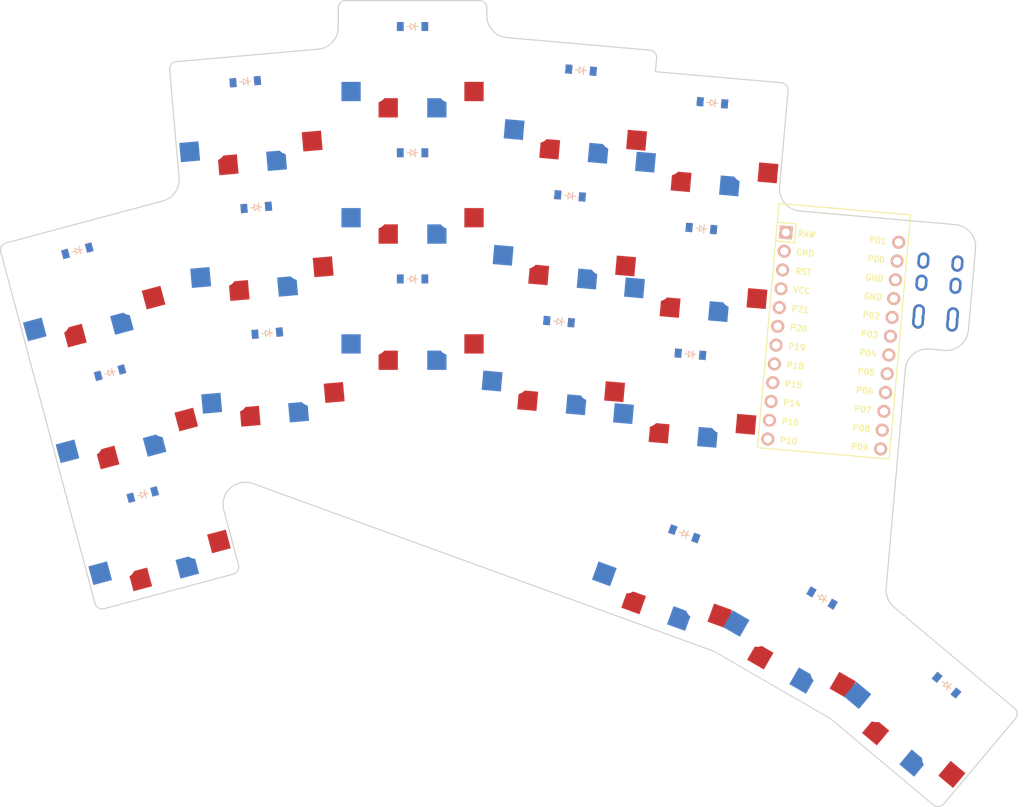
<source format=kicad_pcb>

            
(kicad_pcb (version 20171130) (host pcbnew 5.1.6)

  (page A3)
  (title_block
    (title KEYBOARD_NAME_HERE)
    (rev VERSION_HERE)
    (company YOUR_NAME_HERE)
  )

  (general
    (thickness 1.6)
  )

  (layers
    (0 F.Cu signal)
    (31 B.Cu signal)
    (32 B.Adhes user)
    (33 F.Adhes user)
    (34 B.Paste user)
    (35 F.Paste user)
    (36 B.SilkS user)
    (37 F.SilkS user)
    (38 B.Mask user)
    (39 F.Mask user)
    (40 Dwgs.User user)
    (41 Cmts.User user)
    (42 Eco1.User user)
    (43 Eco2.User user)
    (44 Edge.Cuts user)
    (45 Margin user)
    (46 B.CrtYd user)
    (47 F.CrtYd user)
    (48 B.Fab user)
    (49 F.Fab user)
  )

  (setup
    (last_trace_width 0.25)
    (trace_clearance 0.2)
    (zone_clearance 0.508)
    (zone_45_only no)
    (trace_min 0.2)
    (via_size 0.8)
    (via_drill 0.4)
    (via_min_size 0.4)
    (via_min_drill 0.3)
    (uvia_size 0.3)
    (uvia_drill 0.1)
    (uvias_allowed no)
    (uvia_min_size 0.2)
    (uvia_min_drill 0.1)
    (edge_width 0.05)
    (segment_width 0.2)
    (pcb_text_width 0.3)
    (pcb_text_size 1.5 1.5)
    (mod_edge_width 0.12)
    (mod_text_size 1 1)
    (mod_text_width 0.15)
    (pad_size 1.524 1.524)
    (pad_drill 0.762)
    (pad_to_mask_clearance 0.05)
    (aux_axis_origin 0 0)
    (visible_elements FFFFFF7F)
    (pcbplotparams
      (layerselection 0x010fc_ffffffff)
      (usegerberextensions false)
      (usegerberattributes true)
      (usegerberadvancedattributes true)
      (creategerberjobfile true)
      (excludeedgelayer true)
      (linewidth 0.100000)
      (plotframeref false)
      (viasonmask false)
      (mode 1)
      (useauxorigin false)
      (hpglpennumber 1)
      (hpglpenspeed 20)
      (hpglpendiameter 15.000000)
      (psnegative false)
      (psa4output false)
      (plotreference true)
      (plotvalue true)
      (plotinvisibletext false)
      (padsonsilk false)
      (subtractmaskfromsilk false)
      (outputformat 1)
      (mirror false)
      (drillshape 1)
      (scaleselection 1)
      (outputdirectory ""))
  )

            (net 0 "")
(net 1 "pinky_bottom")
(net 2 "P9")
(net 3 "P14")
(net 4 "pinky_home")
(net 5 "P16")
(net 6 "pinky_top")
(net 7 "P10")
(net 8 "ring_bottom")
(net 9 "P8")
(net 10 "ring_home")
(net 11 "ring_top")
(net 12 "middle_bottom")
(net 13 "P7")
(net 14 "middle_home")
(net 15 "middle_top")
(net 16 "index_bottom")
(net 17 "P6")
(net 18 "index_home")
(net 19 "index_top")
(net 20 "inner_bottom")
(net 21 "P5")
(net 22 "inner_home")
(net 23 "inner_top")
(net 24 "first_only")
(net 25 "P15")
(net 26 "second_only")
(net 27 "third_only")
(net 28 "RAW")
(net 29 "GND")
(net 30 "RST")
(net 31 "VCC")
(net 32 "P21")
(net 33 "P20")
(net 34 "P19")
(net 35 "P18")
(net 36 "P1")
(net 37 "P0")
(net 38 "P2")
(net 39 "P3")
(net 40 "P4")
            
  (net_class Default "This is the default net class."
    (clearance 0.2)
    (trace_width 0.25)
    (via_dia 0.8)
    (via_drill 0.4)
    (uvia_dia 0.3)
    (uvia_drill 0.1)
    (add_net "")
(add_net "pinky_bottom")
(add_net "P9")
(add_net "P14")
(add_net "pinky_home")
(add_net "P16")
(add_net "pinky_top")
(add_net "P10")
(add_net "ring_bottom")
(add_net "P8")
(add_net "ring_home")
(add_net "ring_top")
(add_net "middle_bottom")
(add_net "P7")
(add_net "middle_home")
(add_net "middle_top")
(add_net "index_bottom")
(add_net "P6")
(add_net "index_home")
(add_net "index_top")
(add_net "inner_bottom")
(add_net "P5")
(add_net "inner_home")
(add_net "inner_top")
(add_net "first_only")
(add_net "P15")
(add_net "second_only")
(add_net "third_only")
(add_net "RAW")
(add_net "GND")
(add_net "RST")
(add_net "VCC")
(add_net "P21")
(add_net "P20")
(add_net "P19")
(add_net "P18")
(add_net "P1")
(add_net "P0")
(add_net "P2")
(add_net "P3")
(add_net "P4")
  )

            
        
      (module PG1350 (layer F.Cu) (tedit 5DD50112)
      (at 13.6000762 0.5792609999999989 195)

      
      (fp_text reference "S1" (at 0 0) (layer F.SilkS) hide (effects (font (size 1.27 1.27) (thickness 0.15))))
      (fp_text value "" (at 0 0) (layer F.SilkS) hide (effects (font (size 1.27 1.27) (thickness 0.15))))

      
      (fp_line (start -7 -6) (end -7 -7) (layer Dwgs.User) (width 0.15))
      (fp_line (start -7 7) (end -6 7) (layer Dwgs.User) (width 0.15))
      (fp_line (start -6 -7) (end -7 -7) (layer Dwgs.User) (width 0.15))
      (fp_line (start -7 7) (end -7 6) (layer Dwgs.User) (width 0.15))
      (fp_line (start 7 6) (end 7 7) (layer Dwgs.User) (width 0.15))
      (fp_line (start 7 -7) (end 6 -7) (layer Dwgs.User) (width 0.15))
      (fp_line (start 6 7) (end 7 7) (layer Dwgs.User) (width 0.15))
      (fp_line (start 7 -7) (end 7 -6) (layer Dwgs.User) (width 0.15))      
      
      
      (pad "" np_thru_hole circle (at 0 0) (size 3.429 3.429) (drill 3.429) (layers *.Cu *.Mask))
        
      
      (pad "" np_thru_hole circle (at 5.5 0) (size 1.7018 1.7018) (drill 1.7018) (layers *.Cu *.Mask))
      (pad "" np_thru_hole circle (at -5.5 0) (size 1.7018 1.7018) (drill 1.7018) (layers *.Cu *.Mask))
      
        
      
      (fp_line (start -9 -8.5) (end 9 -8.5) (layer Dwgs.User) (width 0.15))
      (fp_line (start 9 -8.5) (end 9 8.5) (layer Dwgs.User) (width 0.15))
      (fp_line (start 9 8.5) (end -9 8.5) (layer Dwgs.User) (width 0.15))
      (fp_line (start -9 8.5) (end -9 -8.5) (layer Dwgs.User) (width 0.15))
      
        
          
          (pad "" np_thru_hole circle (at 5 -3.75) (size 3 3) (drill 3) (layers *.Cu *.Mask))
          (pad "" np_thru_hole circle (at 0 -5.95) (size 3 3) (drill 3) (layers *.Cu *.Mask))
      
          
          (pad 1 smd rect (at -3.275 -5.95 195) (size 2.6 2.6) (layers B.Cu B.Paste B.Mask)  (net 1 "pinky_bottom"))
          (pad 2 smd rect (at 8.275 -3.75 195) (size 2.6 2.6) (layers B.Cu B.Paste B.Mask)  (net 2 "P9"))
        
        
          
          (pad "" np_thru_hole circle (at -5 -3.75) (size 3 3) (drill 3) (layers *.Cu *.Mask))
          (pad "" np_thru_hole circle (at 0 -5.95) (size 3 3) (drill 3) (layers *.Cu *.Mask))
      
          
          (pad 1 smd rect (at 3.275 -5.95 195) (size 2.6 2.6) (layers F.Cu F.Paste F.Mask)  (net 1 "pinky_bottom"))
          (pad 2 smd rect (at -8.275 -3.75 195) (size 2.6 2.6) (layers F.Cu F.Paste F.Mask)  (net 2 "P9"))
        )
        

    (module ComboDiode (layer F.Cu) (tedit 5B24D78E)
        (at 12.305981000000001 -4.250368100000001 195)

        
        (fp_text reference "D1" (at 0 0) (layer F.SilkS) hide (effects (font (size 1.27 1.27) (thickness 0.15))))
        (fp_text value "" (at 0 0) (layer F.SilkS) hide (effects (font (size 1.27 1.27) (thickness 0.15))))
        
        
        (fp_line (start 0.25 0) (end 0.75 0) (layer F.SilkS) (width 0.1))
        (fp_line (start 0.25 0.4) (end -0.35 0) (layer F.SilkS) (width 0.1))
        (fp_line (start 0.25 -0.4) (end 0.25 0.4) (layer F.SilkS) (width 0.1))
        (fp_line (start -0.35 0) (end 0.25 -0.4) (layer F.SilkS) (width 0.1))
        (fp_line (start -0.35 0) (end -0.35 0.55) (layer F.SilkS) (width 0.1))
        (fp_line (start -0.35 0) (end -0.35 -0.55) (layer F.SilkS) (width 0.1))
        (fp_line (start -0.75 0) (end -0.35 0) (layer F.SilkS) (width 0.1))
        (fp_line (start 0.25 0) (end 0.75 0) (layer B.SilkS) (width 0.1))
        (fp_line (start 0.25 0.4) (end -0.35 0) (layer B.SilkS) (width 0.1))
        (fp_line (start 0.25 -0.4) (end 0.25 0.4) (layer B.SilkS) (width 0.1))
        (fp_line (start -0.35 0) (end 0.25 -0.4) (layer B.SilkS) (width 0.1))
        (fp_line (start -0.35 0) (end -0.35 0.55) (layer B.SilkS) (width 0.1))
        (fp_line (start -0.35 0) (end -0.35 -0.55) (layer B.SilkS) (width 0.1))
        (fp_line (start -0.75 0) (end -0.35 0) (layer B.SilkS) (width 0.1))
    
        (pad 1 smd rect (at -1.65 0 195) (size 0.9 1.2) (layers F.Cu F.Paste F.Mask) (net 3 "P14"))
        (pad 2 smd rect (at 1.65 0 195) (size 0.9 1.2) (layers B.Cu B.Paste B.Mask) (net 1 "pinky_bottom"))
        (pad 1 smd rect (at -1.65 0 195) (size 0.9 1.2) (layers B.Cu B.Paste B.Mask) (net 3 "P14"))
        (pad 2 smd rect (at 1.65 0 195) (size 0.9 1.2) (layers F.Cu F.Paste F.Mask) (net 1 "pinky_bottom"))
    
    )

        
      (module PG1350 (layer F.Cu) (tedit 5DD50112)
      (at 9.2001525 -15.841478100000003 195)

      
      (fp_text reference "S2" (at 0 0) (layer F.SilkS) hide (effects (font (size 1.27 1.27) (thickness 0.15))))
      (fp_text value "" (at 0 0) (layer F.SilkS) hide (effects (font (size 1.27 1.27) (thickness 0.15))))

      
      (fp_line (start -7 -6) (end -7 -7) (layer Dwgs.User) (width 0.15))
      (fp_line (start -7 7) (end -6 7) (layer Dwgs.User) (width 0.15))
      (fp_line (start -6 -7) (end -7 -7) (layer Dwgs.User) (width 0.15))
      (fp_line (start -7 7) (end -7 6) (layer Dwgs.User) (width 0.15))
      (fp_line (start 7 6) (end 7 7) (layer Dwgs.User) (width 0.15))
      (fp_line (start 7 -7) (end 6 -7) (layer Dwgs.User) (width 0.15))
      (fp_line (start 6 7) (end 7 7) (layer Dwgs.User) (width 0.15))
      (fp_line (start 7 -7) (end 7 -6) (layer Dwgs.User) (width 0.15))      
      
      
      (pad "" np_thru_hole circle (at 0 0) (size 3.429 3.429) (drill 3.429) (layers *.Cu *.Mask))
        
      
      (pad "" np_thru_hole circle (at 5.5 0) (size 1.7018 1.7018) (drill 1.7018) (layers *.Cu *.Mask))
      (pad "" np_thru_hole circle (at -5.5 0) (size 1.7018 1.7018) (drill 1.7018) (layers *.Cu *.Mask))
      
        
      
      (fp_line (start -9 -8.5) (end 9 -8.5) (layer Dwgs.User) (width 0.15))
      (fp_line (start 9 -8.5) (end 9 8.5) (layer Dwgs.User) (width 0.15))
      (fp_line (start 9 8.5) (end -9 8.5) (layer Dwgs.User) (width 0.15))
      (fp_line (start -9 8.5) (end -9 -8.5) (layer Dwgs.User) (width 0.15))
      
        
          
          (pad "" np_thru_hole circle (at 5 -3.75) (size 3 3) (drill 3) (layers *.Cu *.Mask))
          (pad "" np_thru_hole circle (at 0 -5.95) (size 3 3) (drill 3) (layers *.Cu *.Mask))
      
          
          (pad 1 smd rect (at -3.275 -5.95 195) (size 2.6 2.6) (layers B.Cu B.Paste B.Mask)  (net 4 "pinky_home"))
          (pad 2 smd rect (at 8.275 -3.75 195) (size 2.6 2.6) (layers B.Cu B.Paste B.Mask)  (net 2 "P9"))
        
        
          
          (pad "" np_thru_hole circle (at -5 -3.75) (size 3 3) (drill 3) (layers *.Cu *.Mask))
          (pad "" np_thru_hole circle (at 0 -5.95) (size 3 3) (drill 3) (layers *.Cu *.Mask))
      
          
          (pad 1 smd rect (at 3.275 -5.95 195) (size 2.6 2.6) (layers F.Cu F.Paste F.Mask)  (net 4 "pinky_home"))
          (pad 2 smd rect (at -8.275 -3.75 195) (size 2.6 2.6) (layers F.Cu F.Paste F.Mask)  (net 2 "P9"))
        )
        

    (module ComboDiode (layer F.Cu) (tedit 5B24D78E)
        (at 7.9060573 -20.6711072 195)

        
        (fp_text reference "D2" (at 0 0) (layer F.SilkS) hide (effects (font (size 1.27 1.27) (thickness 0.15))))
        (fp_text value "" (at 0 0) (layer F.SilkS) hide (effects (font (size 1.27 1.27) (thickness 0.15))))
        
        
        (fp_line (start 0.25 0) (end 0.75 0) (layer F.SilkS) (width 0.1))
        (fp_line (start 0.25 0.4) (end -0.35 0) (layer F.SilkS) (width 0.1))
        (fp_line (start 0.25 -0.4) (end 0.25 0.4) (layer F.SilkS) (width 0.1))
        (fp_line (start -0.35 0) (end 0.25 -0.4) (layer F.SilkS) (width 0.1))
        (fp_line (start -0.35 0) (end -0.35 0.55) (layer F.SilkS) (width 0.1))
        (fp_line (start -0.35 0) (end -0.35 -0.55) (layer F.SilkS) (width 0.1))
        (fp_line (start -0.75 0) (end -0.35 0) (layer F.SilkS) (width 0.1))
        (fp_line (start 0.25 0) (end 0.75 0) (layer B.SilkS) (width 0.1))
        (fp_line (start 0.25 0.4) (end -0.35 0) (layer B.SilkS) (width 0.1))
        (fp_line (start 0.25 -0.4) (end 0.25 0.4) (layer B.SilkS) (width 0.1))
        (fp_line (start -0.35 0) (end 0.25 -0.4) (layer B.SilkS) (width 0.1))
        (fp_line (start -0.35 0) (end -0.35 0.55) (layer B.SilkS) (width 0.1))
        (fp_line (start -0.35 0) (end -0.35 -0.55) (layer B.SilkS) (width 0.1))
        (fp_line (start -0.75 0) (end -0.35 0) (layer B.SilkS) (width 0.1))
    
        (pad 1 smd rect (at -1.65 0 195) (size 0.9 1.2) (layers F.Cu F.Paste F.Mask) (net 5 "P16"))
        (pad 2 smd rect (at 1.65 0 195) (size 0.9 1.2) (layers B.Cu B.Paste B.Mask) (net 4 "pinky_home"))
        (pad 1 smd rect (at -1.65 0 195) (size 0.9 1.2) (layers B.Cu B.Paste B.Mask) (net 5 "P16"))
        (pad 2 smd rect (at 1.65 0 195) (size 0.9 1.2) (layers F.Cu F.Paste F.Mask) (net 4 "pinky_home"))
    
    )

        
      (module PG1350 (layer F.Cu) (tedit 5DD50112)
      (at 4.8002287 -32.2622171 195)

      
      (fp_text reference "S3" (at 0 0) (layer F.SilkS) hide (effects (font (size 1.27 1.27) (thickness 0.15))))
      (fp_text value "" (at 0 0) (layer F.SilkS) hide (effects (font (size 1.27 1.27) (thickness 0.15))))

      
      (fp_line (start -7 -6) (end -7 -7) (layer Dwgs.User) (width 0.15))
      (fp_line (start -7 7) (end -6 7) (layer Dwgs.User) (width 0.15))
      (fp_line (start -6 -7) (end -7 -7) (layer Dwgs.User) (width 0.15))
      (fp_line (start -7 7) (end -7 6) (layer Dwgs.User) (width 0.15))
      (fp_line (start 7 6) (end 7 7) (layer Dwgs.User) (width 0.15))
      (fp_line (start 7 -7) (end 6 -7) (layer Dwgs.User) (width 0.15))
      (fp_line (start 6 7) (end 7 7) (layer Dwgs.User) (width 0.15))
      (fp_line (start 7 -7) (end 7 -6) (layer Dwgs.User) (width 0.15))      
      
      
      (pad "" np_thru_hole circle (at 0 0) (size 3.429 3.429) (drill 3.429) (layers *.Cu *.Mask))
        
      
      (pad "" np_thru_hole circle (at 5.5 0) (size 1.7018 1.7018) (drill 1.7018) (layers *.Cu *.Mask))
      (pad "" np_thru_hole circle (at -5.5 0) (size 1.7018 1.7018) (drill 1.7018) (layers *.Cu *.Mask))
      
        
      
      (fp_line (start -9 -8.5) (end 9 -8.5) (layer Dwgs.User) (width 0.15))
      (fp_line (start 9 -8.5) (end 9 8.5) (layer Dwgs.User) (width 0.15))
      (fp_line (start 9 8.5) (end -9 8.5) (layer Dwgs.User) (width 0.15))
      (fp_line (start -9 8.5) (end -9 -8.5) (layer Dwgs.User) (width 0.15))
      
        
          
          (pad "" np_thru_hole circle (at 5 -3.75) (size 3 3) (drill 3) (layers *.Cu *.Mask))
          (pad "" np_thru_hole circle (at 0 -5.95) (size 3 3) (drill 3) (layers *.Cu *.Mask))
      
          
          (pad 1 smd rect (at -3.275 -5.95 195) (size 2.6 2.6) (layers B.Cu B.Paste B.Mask)  (net 6 "pinky_top"))
          (pad 2 smd rect (at 8.275 -3.75 195) (size 2.6 2.6) (layers B.Cu B.Paste B.Mask)  (net 2 "P9"))
        
        
          
          (pad "" np_thru_hole circle (at -5 -3.75) (size 3 3) (drill 3) (layers *.Cu *.Mask))
          (pad "" np_thru_hole circle (at 0 -5.95) (size 3 3) (drill 3) (layers *.Cu *.Mask))
      
          
          (pad 1 smd rect (at 3.275 -5.95 195) (size 2.6 2.6) (layers F.Cu F.Paste F.Mask)  (net 6 "pinky_top"))
          (pad 2 smd rect (at -8.275 -3.75 195) (size 2.6 2.6) (layers F.Cu F.Paste F.Mask)  (net 2 "P9"))
        )
        

    (module ComboDiode (layer F.Cu) (tedit 5B24D78E)
        (at 3.5061335 -37.0918462 195)

        
        (fp_text reference "D3" (at 0 0) (layer F.SilkS) hide (effects (font (size 1.27 1.27) (thickness 0.15))))
        (fp_text value "" (at 0 0) (layer F.SilkS) hide (effects (font (size 1.27 1.27) (thickness 0.15))))
        
        
        (fp_line (start 0.25 0) (end 0.75 0) (layer F.SilkS) (width 0.1))
        (fp_line (start 0.25 0.4) (end -0.35 0) (layer F.SilkS) (width 0.1))
        (fp_line (start 0.25 -0.4) (end 0.25 0.4) (layer F.SilkS) (width 0.1))
        (fp_line (start -0.35 0) (end 0.25 -0.4) (layer F.SilkS) (width 0.1))
        (fp_line (start -0.35 0) (end -0.35 0.55) (layer F.SilkS) (width 0.1))
        (fp_line (start -0.35 0) (end -0.35 -0.55) (layer F.SilkS) (width 0.1))
        (fp_line (start -0.75 0) (end -0.35 0) (layer F.SilkS) (width 0.1))
        (fp_line (start 0.25 0) (end 0.75 0) (layer B.SilkS) (width 0.1))
        (fp_line (start 0.25 0.4) (end -0.35 0) (layer B.SilkS) (width 0.1))
        (fp_line (start 0.25 -0.4) (end 0.25 0.4) (layer B.SilkS) (width 0.1))
        (fp_line (start -0.35 0) (end 0.25 -0.4) (layer B.SilkS) (width 0.1))
        (fp_line (start -0.35 0) (end -0.35 0.55) (layer B.SilkS) (width 0.1))
        (fp_line (start -0.35 0) (end -0.35 -0.55) (layer B.SilkS) (width 0.1))
        (fp_line (start -0.75 0) (end -0.35 0) (layer B.SilkS) (width 0.1))
    
        (pad 1 smd rect (at -1.65 0 195) (size 0.9 1.2) (layers F.Cu F.Paste F.Mask) (net 7 "P10"))
        (pad 2 smd rect (at 1.65 0 195) (size 0.9 1.2) (layers B.Cu B.Paste B.Mask) (net 6 "pinky_top"))
        (pad 1 smd rect (at -1.65 0 195) (size 0.9 1.2) (layers B.Cu B.Paste B.Mask) (net 7 "P10"))
        (pad 2 smd rect (at 1.65 0 195) (size 0.9 1.2) (layers F.Cu F.Paste F.Mask) (net 6 "pinky_top"))
    
    )

        
      (module PG1350 (layer F.Cu) (tedit 5DD50112)
      (at 29.5050934 -21.0147917 185)

      
      (fp_text reference "S4" (at 0 0) (layer F.SilkS) hide (effects (font (size 1.27 1.27) (thickness 0.15))))
      (fp_text value "" (at 0 0) (layer F.SilkS) hide (effects (font (size 1.27 1.27) (thickness 0.15))))

      
      (fp_line (start -7 -6) (end -7 -7) (layer Dwgs.User) (width 0.15))
      (fp_line (start -7 7) (end -6 7) (layer Dwgs.User) (width 0.15))
      (fp_line (start -6 -7) (end -7 -7) (layer Dwgs.User) (width 0.15))
      (fp_line (start -7 7) (end -7 6) (layer Dwgs.User) (width 0.15))
      (fp_line (start 7 6) (end 7 7) (layer Dwgs.User) (width 0.15))
      (fp_line (start 7 -7) (end 6 -7) (layer Dwgs.User) (width 0.15))
      (fp_line (start 6 7) (end 7 7) (layer Dwgs.User) (width 0.15))
      (fp_line (start 7 -7) (end 7 -6) (layer Dwgs.User) (width 0.15))      
      
      
      (pad "" np_thru_hole circle (at 0 0) (size 3.429 3.429) (drill 3.429) (layers *.Cu *.Mask))
        
      
      (pad "" np_thru_hole circle (at 5.5 0) (size 1.7018 1.7018) (drill 1.7018) (layers *.Cu *.Mask))
      (pad "" np_thru_hole circle (at -5.5 0) (size 1.7018 1.7018) (drill 1.7018) (layers *.Cu *.Mask))
      
        
      
      (fp_line (start -9 -8.5) (end 9 -8.5) (layer Dwgs.User) (width 0.15))
      (fp_line (start 9 -8.5) (end 9 8.5) (layer Dwgs.User) (width 0.15))
      (fp_line (start 9 8.5) (end -9 8.5) (layer Dwgs.User) (width 0.15))
      (fp_line (start -9 8.5) (end -9 -8.5) (layer Dwgs.User) (width 0.15))
      
        
          
          (pad "" np_thru_hole circle (at 5 -3.75) (size 3 3) (drill 3) (layers *.Cu *.Mask))
          (pad "" np_thru_hole circle (at 0 -5.95) (size 3 3) (drill 3) (layers *.Cu *.Mask))
      
          
          (pad 1 smd rect (at -3.275 -5.95 185) (size 2.6 2.6) (layers B.Cu B.Paste B.Mask)  (net 8 "ring_bottom"))
          (pad 2 smd rect (at 8.275 -3.75 185) (size 2.6 2.6) (layers B.Cu B.Paste B.Mask)  (net 9 "P8"))
        
        
          
          (pad "" np_thru_hole circle (at -5 -3.75) (size 3 3) (drill 3) (layers *.Cu *.Mask))
          (pad "" np_thru_hole circle (at 0 -5.95) (size 3 3) (drill 3) (layers *.Cu *.Mask))
      
          
          (pad 1 smd rect (at 3.275 -5.95 185) (size 2.6 2.6) (layers F.Cu F.Paste F.Mask)  (net 8 "ring_bottom"))
          (pad 2 smd rect (at -8.275 -3.75 185) (size 2.6 2.6) (layers F.Cu F.Paste F.Mask)  (net 9 "P8"))
        )
        

    (module ComboDiode (layer F.Cu) (tedit 5B24D78E)
        (at 29.0693147 -25.9957652 185)

        
        (fp_text reference "D4" (at 0 0) (layer F.SilkS) hide (effects (font (size 1.27 1.27) (thickness 0.15))))
        (fp_text value "" (at 0 0) (layer F.SilkS) hide (effects (font (size 1.27 1.27) (thickness 0.15))))
        
        
        (fp_line (start 0.25 0) (end 0.75 0) (layer F.SilkS) (width 0.1))
        (fp_line (start 0.25 0.4) (end -0.35 0) (layer F.SilkS) (width 0.1))
        (fp_line (start 0.25 -0.4) (end 0.25 0.4) (layer F.SilkS) (width 0.1))
        (fp_line (start -0.35 0) (end 0.25 -0.4) (layer F.SilkS) (width 0.1))
        (fp_line (start -0.35 0) (end -0.35 0.55) (layer F.SilkS) (width 0.1))
        (fp_line (start -0.35 0) (end -0.35 -0.55) (layer F.SilkS) (width 0.1))
        (fp_line (start -0.75 0) (end -0.35 0) (layer F.SilkS) (width 0.1))
        (fp_line (start 0.25 0) (end 0.75 0) (layer B.SilkS) (width 0.1))
        (fp_line (start 0.25 0.4) (end -0.35 0) (layer B.SilkS) (width 0.1))
        (fp_line (start 0.25 -0.4) (end 0.25 0.4) (layer B.SilkS) (width 0.1))
        (fp_line (start -0.35 0) (end 0.25 -0.4) (layer B.SilkS) (width 0.1))
        (fp_line (start -0.35 0) (end -0.35 0.55) (layer B.SilkS) (width 0.1))
        (fp_line (start -0.35 0) (end -0.35 -0.55) (layer B.SilkS) (width 0.1))
        (fp_line (start -0.75 0) (end -0.35 0) (layer B.SilkS) (width 0.1))
    
        (pad 1 smd rect (at -1.65 0 185) (size 0.9 1.2) (layers F.Cu F.Paste F.Mask) (net 3 "P14"))
        (pad 2 smd rect (at 1.65 0 185) (size 0.9 1.2) (layers B.Cu B.Paste B.Mask) (net 8 "ring_bottom"))
        (pad 1 smd rect (at -1.65 0 185) (size 0.9 1.2) (layers B.Cu B.Paste B.Mask) (net 3 "P14"))
        (pad 2 smd rect (at 1.65 0 185) (size 0.9 1.2) (layers F.Cu F.Paste F.Mask) (net 8 "ring_bottom"))
    
    )

        
      (module PG1350 (layer F.Cu) (tedit 5DD50112)
      (at 28.0234459 -37.950101599999996 185)

      
      (fp_text reference "S5" (at 0 0) (layer F.SilkS) hide (effects (font (size 1.27 1.27) (thickness 0.15))))
      (fp_text value "" (at 0 0) (layer F.SilkS) hide (effects (font (size 1.27 1.27) (thickness 0.15))))

      
      (fp_line (start -7 -6) (end -7 -7) (layer Dwgs.User) (width 0.15))
      (fp_line (start -7 7) (end -6 7) (layer Dwgs.User) (width 0.15))
      (fp_line (start -6 -7) (end -7 -7) (layer Dwgs.User) (width 0.15))
      (fp_line (start -7 7) (end -7 6) (layer Dwgs.User) (width 0.15))
      (fp_line (start 7 6) (end 7 7) (layer Dwgs.User) (width 0.15))
      (fp_line (start 7 -7) (end 6 -7) (layer Dwgs.User) (width 0.15))
      (fp_line (start 6 7) (end 7 7) (layer Dwgs.User) (width 0.15))
      (fp_line (start 7 -7) (end 7 -6) (layer Dwgs.User) (width 0.15))      
      
      
      (pad "" np_thru_hole circle (at 0 0) (size 3.429 3.429) (drill 3.429) (layers *.Cu *.Mask))
        
      
      (pad "" np_thru_hole circle (at 5.5 0) (size 1.7018 1.7018) (drill 1.7018) (layers *.Cu *.Mask))
      (pad "" np_thru_hole circle (at -5.5 0) (size 1.7018 1.7018) (drill 1.7018) (layers *.Cu *.Mask))
      
        
      
      (fp_line (start -9 -8.5) (end 9 -8.5) (layer Dwgs.User) (width 0.15))
      (fp_line (start 9 -8.5) (end 9 8.5) (layer Dwgs.User) (width 0.15))
      (fp_line (start 9 8.5) (end -9 8.5) (layer Dwgs.User) (width 0.15))
      (fp_line (start -9 8.5) (end -9 -8.5) (layer Dwgs.User) (width 0.15))
      
        
          
          (pad "" np_thru_hole circle (at 5 -3.75) (size 3 3) (drill 3) (layers *.Cu *.Mask))
          (pad "" np_thru_hole circle (at 0 -5.95) (size 3 3) (drill 3) (layers *.Cu *.Mask))
      
          
          (pad 1 smd rect (at -3.275 -5.95 185) (size 2.6 2.6) (layers B.Cu B.Paste B.Mask)  (net 10 "ring_home"))
          (pad 2 smd rect (at 8.275 -3.75 185) (size 2.6 2.6) (layers B.Cu B.Paste B.Mask)  (net 9 "P8"))
        
        
          
          (pad "" np_thru_hole circle (at -5 -3.75) (size 3 3) (drill 3) (layers *.Cu *.Mask))
          (pad "" np_thru_hole circle (at 0 -5.95) (size 3 3) (drill 3) (layers *.Cu *.Mask))
      
          
          (pad 1 smd rect (at 3.275 -5.95 185) (size 2.6 2.6) (layers F.Cu F.Paste F.Mask)  (net 10 "ring_home"))
          (pad 2 smd rect (at -8.275 -3.75 185) (size 2.6 2.6) (layers F.Cu F.Paste F.Mask)  (net 9 "P8"))
        )
        

    (module ComboDiode (layer F.Cu) (tedit 5B24D78E)
        (at 27.5876672 -42.931075099999994 185)

        
        (fp_text reference "D5" (at 0 0) (layer F.SilkS) hide (effects (font (size 1.27 1.27) (thickness 0.15))))
        (fp_text value "" (at 0 0) (layer F.SilkS) hide (effects (font (size 1.27 1.27) (thickness 0.15))))
        
        
        (fp_line (start 0.25 0) (end 0.75 0) (layer F.SilkS) (width 0.1))
        (fp_line (start 0.25 0.4) (end -0.35 0) (layer F.SilkS) (width 0.1))
        (fp_line (start 0.25 -0.4) (end 0.25 0.4) (layer F.SilkS) (width 0.1))
        (fp_line (start -0.35 0) (end 0.25 -0.4) (layer F.SilkS) (width 0.1))
        (fp_line (start -0.35 0) (end -0.35 0.55) (layer F.SilkS) (width 0.1))
        (fp_line (start -0.35 0) (end -0.35 -0.55) (layer F.SilkS) (width 0.1))
        (fp_line (start -0.75 0) (end -0.35 0) (layer F.SilkS) (width 0.1))
        (fp_line (start 0.25 0) (end 0.75 0) (layer B.SilkS) (width 0.1))
        (fp_line (start 0.25 0.4) (end -0.35 0) (layer B.SilkS) (width 0.1))
        (fp_line (start 0.25 -0.4) (end 0.25 0.4) (layer B.SilkS) (width 0.1))
        (fp_line (start -0.35 0) (end 0.25 -0.4) (layer B.SilkS) (width 0.1))
        (fp_line (start -0.35 0) (end -0.35 0.55) (layer B.SilkS) (width 0.1))
        (fp_line (start -0.35 0) (end -0.35 -0.55) (layer B.SilkS) (width 0.1))
        (fp_line (start -0.75 0) (end -0.35 0) (layer B.SilkS) (width 0.1))
    
        (pad 1 smd rect (at -1.65 0 185) (size 0.9 1.2) (layers F.Cu F.Paste F.Mask) (net 5 "P16"))
        (pad 2 smd rect (at 1.65 0 185) (size 0.9 1.2) (layers B.Cu B.Paste B.Mask) (net 10 "ring_home"))
        (pad 1 smd rect (at -1.65 0 185) (size 0.9 1.2) (layers B.Cu B.Paste B.Mask) (net 5 "P16"))
        (pad 2 smd rect (at 1.65 0 185) (size 0.9 1.2) (layers F.Cu F.Paste F.Mask) (net 10 "ring_home"))
    
    )

        
      (module PG1350 (layer F.Cu) (tedit 5DD50112)
      (at 26.5417982 -54.885411500000004 185)

      
      (fp_text reference "S6" (at 0 0) (layer F.SilkS) hide (effects (font (size 1.27 1.27) (thickness 0.15))))
      (fp_text value "" (at 0 0) (layer F.SilkS) hide (effects (font (size 1.27 1.27) (thickness 0.15))))

      
      (fp_line (start -7 -6) (end -7 -7) (layer Dwgs.User) (width 0.15))
      (fp_line (start -7 7) (end -6 7) (layer Dwgs.User) (width 0.15))
      (fp_line (start -6 -7) (end -7 -7) (layer Dwgs.User) (width 0.15))
      (fp_line (start -7 7) (end -7 6) (layer Dwgs.User) (width 0.15))
      (fp_line (start 7 6) (end 7 7) (layer Dwgs.User) (width 0.15))
      (fp_line (start 7 -7) (end 6 -7) (layer Dwgs.User) (width 0.15))
      (fp_line (start 6 7) (end 7 7) (layer Dwgs.User) (width 0.15))
      (fp_line (start 7 -7) (end 7 -6) (layer Dwgs.User) (width 0.15))      
      
      
      (pad "" np_thru_hole circle (at 0 0) (size 3.429 3.429) (drill 3.429) (layers *.Cu *.Mask))
        
      
      (pad "" np_thru_hole circle (at 5.5 0) (size 1.7018 1.7018) (drill 1.7018) (layers *.Cu *.Mask))
      (pad "" np_thru_hole circle (at -5.5 0) (size 1.7018 1.7018) (drill 1.7018) (layers *.Cu *.Mask))
      
        
      
      (fp_line (start -9 -8.5) (end 9 -8.5) (layer Dwgs.User) (width 0.15))
      (fp_line (start 9 -8.5) (end 9 8.5) (layer Dwgs.User) (width 0.15))
      (fp_line (start 9 8.5) (end -9 8.5) (layer Dwgs.User) (width 0.15))
      (fp_line (start -9 8.5) (end -9 -8.5) (layer Dwgs.User) (width 0.15))
      
        
          
          (pad "" np_thru_hole circle (at 5 -3.75) (size 3 3) (drill 3) (layers *.Cu *.Mask))
          (pad "" np_thru_hole circle (at 0 -5.95) (size 3 3) (drill 3) (layers *.Cu *.Mask))
      
          
          (pad 1 smd rect (at -3.275 -5.95 185) (size 2.6 2.6) (layers B.Cu B.Paste B.Mask)  (net 11 "ring_top"))
          (pad 2 smd rect (at 8.275 -3.75 185) (size 2.6 2.6) (layers B.Cu B.Paste B.Mask)  (net 9 "P8"))
        
        
          
          (pad "" np_thru_hole circle (at -5 -3.75) (size 3 3) (drill 3) (layers *.Cu *.Mask))
          (pad "" np_thru_hole circle (at 0 -5.95) (size 3 3) (drill 3) (layers *.Cu *.Mask))
      
          
          (pad 1 smd rect (at 3.275 -5.95 185) (size 2.6 2.6) (layers F.Cu F.Paste F.Mask)  (net 11 "ring_top"))
          (pad 2 smd rect (at -8.275 -3.75 185) (size 2.6 2.6) (layers F.Cu F.Paste F.Mask)  (net 9 "P8"))
        )
        

    (module ComboDiode (layer F.Cu) (tedit 5B24D78E)
        (at 26.1060195 -59.866385 185)

        
        (fp_text reference "D6" (at 0 0) (layer F.SilkS) hide (effects (font (size 1.27 1.27) (thickness 0.15))))
        (fp_text value "" (at 0 0) (layer F.SilkS) hide (effects (font (size 1.27 1.27) (thickness 0.15))))
        
        
        (fp_line (start 0.25 0) (end 0.75 0) (layer F.SilkS) (width 0.1))
        (fp_line (start 0.25 0.4) (end -0.35 0) (layer F.SilkS) (width 0.1))
        (fp_line (start 0.25 -0.4) (end 0.25 0.4) (layer F.SilkS) (width 0.1))
        (fp_line (start -0.35 0) (end 0.25 -0.4) (layer F.SilkS) (width 0.1))
        (fp_line (start -0.35 0) (end -0.35 0.55) (layer F.SilkS) (width 0.1))
        (fp_line (start -0.35 0) (end -0.35 -0.55) (layer F.SilkS) (width 0.1))
        (fp_line (start -0.75 0) (end -0.35 0) (layer F.SilkS) (width 0.1))
        (fp_line (start 0.25 0) (end 0.75 0) (layer B.SilkS) (width 0.1))
        (fp_line (start 0.25 0.4) (end -0.35 0) (layer B.SilkS) (width 0.1))
        (fp_line (start 0.25 -0.4) (end 0.25 0.4) (layer B.SilkS) (width 0.1))
        (fp_line (start -0.35 0) (end 0.25 -0.4) (layer B.SilkS) (width 0.1))
        (fp_line (start -0.35 0) (end -0.35 0.55) (layer B.SilkS) (width 0.1))
        (fp_line (start -0.35 0) (end -0.35 -0.55) (layer B.SilkS) (width 0.1))
        (fp_line (start -0.75 0) (end -0.35 0) (layer B.SilkS) (width 0.1))
    
        (pad 1 smd rect (at -1.65 0 185) (size 0.9 1.2) (layers F.Cu F.Paste F.Mask) (net 7 "P10"))
        (pad 2 smd rect (at 1.65 0 185) (size 0.9 1.2) (layers B.Cu B.Paste B.Mask) (net 11 "ring_top"))
        (pad 1 smd rect (at -1.65 0 185) (size 0.9 1.2) (layers B.Cu B.Paste B.Mask) (net 7 "P10"))
        (pad 2 smd rect (at 1.65 0 185) (size 0.9 1.2) (layers F.Cu F.Paste F.Mask) (net 11 "ring_top"))
    
    )

        
      (module PG1350 (layer F.Cu) (tedit 5DD50112)
      (at 48.624363 -28.2933885 180)

      
      (fp_text reference "S7" (at 0 0) (layer F.SilkS) hide (effects (font (size 1.27 1.27) (thickness 0.15))))
      (fp_text value "" (at 0 0) (layer F.SilkS) hide (effects (font (size 1.27 1.27) (thickness 0.15))))

      
      (fp_line (start -7 -6) (end -7 -7) (layer Dwgs.User) (width 0.15))
      (fp_line (start -7 7) (end -6 7) (layer Dwgs.User) (width 0.15))
      (fp_line (start -6 -7) (end -7 -7) (layer Dwgs.User) (width 0.15))
      (fp_line (start -7 7) (end -7 6) (layer Dwgs.User) (width 0.15))
      (fp_line (start 7 6) (end 7 7) (layer Dwgs.User) (width 0.15))
      (fp_line (start 7 -7) (end 6 -7) (layer Dwgs.User) (width 0.15))
      (fp_line (start 6 7) (end 7 7) (layer Dwgs.User) (width 0.15))
      (fp_line (start 7 -7) (end 7 -6) (layer Dwgs.User) (width 0.15))      
      
      
      (pad "" np_thru_hole circle (at 0 0) (size 3.429 3.429) (drill 3.429) (layers *.Cu *.Mask))
        
      
      (pad "" np_thru_hole circle (at 5.5 0) (size 1.7018 1.7018) (drill 1.7018) (layers *.Cu *.Mask))
      (pad "" np_thru_hole circle (at -5.5 0) (size 1.7018 1.7018) (drill 1.7018) (layers *.Cu *.Mask))
      
        
      
      (fp_line (start -9 -8.5) (end 9 -8.5) (layer Dwgs.User) (width 0.15))
      (fp_line (start 9 -8.5) (end 9 8.5) (layer Dwgs.User) (width 0.15))
      (fp_line (start 9 8.5) (end -9 8.5) (layer Dwgs.User) (width 0.15))
      (fp_line (start -9 8.5) (end -9 -8.5) (layer Dwgs.User) (width 0.15))
      
        
          
          (pad "" np_thru_hole circle (at 5 -3.75) (size 3 3) (drill 3) (layers *.Cu *.Mask))
          (pad "" np_thru_hole circle (at 0 -5.95) (size 3 3) (drill 3) (layers *.Cu *.Mask))
      
          
          (pad 1 smd rect (at -3.275 -5.95 180) (size 2.6 2.6) (layers B.Cu B.Paste B.Mask)  (net 12 "middle_bottom"))
          (pad 2 smd rect (at 8.275 -3.75 180) (size 2.6 2.6) (layers B.Cu B.Paste B.Mask)  (net 13 "P7"))
        
        
          
          (pad "" np_thru_hole circle (at -5 -3.75) (size 3 3) (drill 3) (layers *.Cu *.Mask))
          (pad "" np_thru_hole circle (at 0 -5.95) (size 3 3) (drill 3) (layers *.Cu *.Mask))
      
          
          (pad 1 smd rect (at 3.275 -5.95 180) (size 2.6 2.6) (layers F.Cu F.Paste F.Mask)  (net 12 "middle_bottom"))
          (pad 2 smd rect (at -8.275 -3.75 180) (size 2.6 2.6) (layers F.Cu F.Paste F.Mask)  (net 13 "P7"))
        )
        

    (module ComboDiode (layer F.Cu) (tedit 5B24D78E)
        (at 48.624363 -33.2933885 180)

        
        (fp_text reference "D7" (at 0 0) (layer F.SilkS) hide (effects (font (size 1.27 1.27) (thickness 0.15))))
        (fp_text value "" (at 0 0) (layer F.SilkS) hide (effects (font (size 1.27 1.27) (thickness 0.15))))
        
        
        (fp_line (start 0.25 0) (end 0.75 0) (layer F.SilkS) (width 0.1))
        (fp_line (start 0.25 0.4) (end -0.35 0) (layer F.SilkS) (width 0.1))
        (fp_line (start 0.25 -0.4) (end 0.25 0.4) (layer F.SilkS) (width 0.1))
        (fp_line (start -0.35 0) (end 0.25 -0.4) (layer F.SilkS) (width 0.1))
        (fp_line (start -0.35 0) (end -0.35 0.55) (layer F.SilkS) (width 0.1))
        (fp_line (start -0.35 0) (end -0.35 -0.55) (layer F.SilkS) (width 0.1))
        (fp_line (start -0.75 0) (end -0.35 0) (layer F.SilkS) (width 0.1))
        (fp_line (start 0.25 0) (end 0.75 0) (layer B.SilkS) (width 0.1))
        (fp_line (start 0.25 0.4) (end -0.35 0) (layer B.SilkS) (width 0.1))
        (fp_line (start 0.25 -0.4) (end 0.25 0.4) (layer B.SilkS) (width 0.1))
        (fp_line (start -0.35 0) (end 0.25 -0.4) (layer B.SilkS) (width 0.1))
        (fp_line (start -0.35 0) (end -0.35 0.55) (layer B.SilkS) (width 0.1))
        (fp_line (start -0.35 0) (end -0.35 -0.55) (layer B.SilkS) (width 0.1))
        (fp_line (start -0.75 0) (end -0.35 0) (layer B.SilkS) (width 0.1))
    
        (pad 1 smd rect (at -1.65 0 180) (size 0.9 1.2) (layers F.Cu F.Paste F.Mask) (net 3 "P14"))
        (pad 2 smd rect (at 1.65 0 180) (size 0.9 1.2) (layers B.Cu B.Paste B.Mask) (net 12 "middle_bottom"))
        (pad 1 smd rect (at -1.65 0 180) (size 0.9 1.2) (layers B.Cu B.Paste B.Mask) (net 3 "P14"))
        (pad 2 smd rect (at 1.65 0 180) (size 0.9 1.2) (layers F.Cu F.Paste F.Mask) (net 12 "middle_bottom"))
    
    )

        
      (module PG1350 (layer F.Cu) (tedit 5DD50112)
      (at 48.624363200000005 -45.2933886 180)

      
      (fp_text reference "S8" (at 0 0) (layer F.SilkS) hide (effects (font (size 1.27 1.27) (thickness 0.15))))
      (fp_text value "" (at 0 0) (layer F.SilkS) hide (effects (font (size 1.27 1.27) (thickness 0.15))))

      
      (fp_line (start -7 -6) (end -7 -7) (layer Dwgs.User) (width 0.15))
      (fp_line (start -7 7) (end -6 7) (layer Dwgs.User) (width 0.15))
      (fp_line (start -6 -7) (end -7 -7) (layer Dwgs.User) (width 0.15))
      (fp_line (start -7 7) (end -7 6) (layer Dwgs.User) (width 0.15))
      (fp_line (start 7 6) (end 7 7) (layer Dwgs.User) (width 0.15))
      (fp_line (start 7 -7) (end 6 -7) (layer Dwgs.User) (width 0.15))
      (fp_line (start 6 7) (end 7 7) (layer Dwgs.User) (width 0.15))
      (fp_line (start 7 -7) (end 7 -6) (layer Dwgs.User) (width 0.15))      
      
      
      (pad "" np_thru_hole circle (at 0 0) (size 3.429 3.429) (drill 3.429) (layers *.Cu *.Mask))
        
      
      (pad "" np_thru_hole circle (at 5.5 0) (size 1.7018 1.7018) (drill 1.7018) (layers *.Cu *.Mask))
      (pad "" np_thru_hole circle (at -5.5 0) (size 1.7018 1.7018) (drill 1.7018) (layers *.Cu *.Mask))
      
        
      
      (fp_line (start -9 -8.5) (end 9 -8.5) (layer Dwgs.User) (width 0.15))
      (fp_line (start 9 -8.5) (end 9 8.5) (layer Dwgs.User) (width 0.15))
      (fp_line (start 9 8.5) (end -9 8.5) (layer Dwgs.User) (width 0.15))
      (fp_line (start -9 8.5) (end -9 -8.5) (layer Dwgs.User) (width 0.15))
      
        
          
          (pad "" np_thru_hole circle (at 5 -3.75) (size 3 3) (drill 3) (layers *.Cu *.Mask))
          (pad "" np_thru_hole circle (at 0 -5.95) (size 3 3) (drill 3) (layers *.Cu *.Mask))
      
          
          (pad 1 smd rect (at -3.275 -5.95 180) (size 2.6 2.6) (layers B.Cu B.Paste B.Mask)  (net 14 "middle_home"))
          (pad 2 smd rect (at 8.275 -3.75 180) (size 2.6 2.6) (layers B.Cu B.Paste B.Mask)  (net 13 "P7"))
        
        
          
          (pad "" np_thru_hole circle (at -5 -3.75) (size 3 3) (drill 3) (layers *.Cu *.Mask))
          (pad "" np_thru_hole circle (at 0 -5.95) (size 3 3) (drill 3) (layers *.Cu *.Mask))
      
          
          (pad 1 smd rect (at 3.275 -5.95 180) (size 2.6 2.6) (layers F.Cu F.Paste F.Mask)  (net 14 "middle_home"))
          (pad 2 smd rect (at -8.275 -3.75 180) (size 2.6 2.6) (layers F.Cu F.Paste F.Mask)  (net 13 "P7"))
        )
        

    (module ComboDiode (layer F.Cu) (tedit 5B24D78E)
        (at 48.624363200000005 -50.2933886 180)

        
        (fp_text reference "D8" (at 0 0) (layer F.SilkS) hide (effects (font (size 1.27 1.27) (thickness 0.15))))
        (fp_text value "" (at 0 0) (layer F.SilkS) hide (effects (font (size 1.27 1.27) (thickness 0.15))))
        
        
        (fp_line (start 0.25 0) (end 0.75 0) (layer F.SilkS) (width 0.1))
        (fp_line (start 0.25 0.4) (end -0.35 0) (layer F.SilkS) (width 0.1))
        (fp_line (start 0.25 -0.4) (end 0.25 0.4) (layer F.SilkS) (width 0.1))
        (fp_line (start -0.35 0) (end 0.25 -0.4) (layer F.SilkS) (width 0.1))
        (fp_line (start -0.35 0) (end -0.35 0.55) (layer F.SilkS) (width 0.1))
        (fp_line (start -0.35 0) (end -0.35 -0.55) (layer F.SilkS) (width 0.1))
        (fp_line (start -0.75 0) (end -0.35 0) (layer F.SilkS) (width 0.1))
        (fp_line (start 0.25 0) (end 0.75 0) (layer B.SilkS) (width 0.1))
        (fp_line (start 0.25 0.4) (end -0.35 0) (layer B.SilkS) (width 0.1))
        (fp_line (start 0.25 -0.4) (end 0.25 0.4) (layer B.SilkS) (width 0.1))
        (fp_line (start -0.35 0) (end 0.25 -0.4) (layer B.SilkS) (width 0.1))
        (fp_line (start -0.35 0) (end -0.35 0.55) (layer B.SilkS) (width 0.1))
        (fp_line (start -0.35 0) (end -0.35 -0.55) (layer B.SilkS) (width 0.1))
        (fp_line (start -0.75 0) (end -0.35 0) (layer B.SilkS) (width 0.1))
    
        (pad 1 smd rect (at -1.65 0 180) (size 0.9 1.2) (layers F.Cu F.Paste F.Mask) (net 5 "P16"))
        (pad 2 smd rect (at 1.65 0 180) (size 0.9 1.2) (layers B.Cu B.Paste B.Mask) (net 14 "middle_home"))
        (pad 1 smd rect (at -1.65 0 180) (size 0.9 1.2) (layers B.Cu B.Paste B.Mask) (net 5 "P16"))
        (pad 2 smd rect (at 1.65 0 180) (size 0.9 1.2) (layers F.Cu F.Paste F.Mask) (net 14 "middle_home"))
    
    )

        
      (module PG1350 (layer F.Cu) (tedit 5DD50112)
      (at 48.624363100000004 -62.2933885 180)

      
      (fp_text reference "S9" (at 0 0) (layer F.SilkS) hide (effects (font (size 1.27 1.27) (thickness 0.15))))
      (fp_text value "" (at 0 0) (layer F.SilkS) hide (effects (font (size 1.27 1.27) (thickness 0.15))))

      
      (fp_line (start -7 -6) (end -7 -7) (layer Dwgs.User) (width 0.15))
      (fp_line (start -7 7) (end -6 7) (layer Dwgs.User) (width 0.15))
      (fp_line (start -6 -7) (end -7 -7) (layer Dwgs.User) (width 0.15))
      (fp_line (start -7 7) (end -7 6) (layer Dwgs.User) (width 0.15))
      (fp_line (start 7 6) (end 7 7) (layer Dwgs.User) (width 0.15))
      (fp_line (start 7 -7) (end 6 -7) (layer Dwgs.User) (width 0.15))
      (fp_line (start 6 7) (end 7 7) (layer Dwgs.User) (width 0.15))
      (fp_line (start 7 -7) (end 7 -6) (layer Dwgs.User) (width 0.15))      
      
      
      (pad "" np_thru_hole circle (at 0 0) (size 3.429 3.429) (drill 3.429) (layers *.Cu *.Mask))
        
      
      (pad "" np_thru_hole circle (at 5.5 0) (size 1.7018 1.7018) (drill 1.7018) (layers *.Cu *.Mask))
      (pad "" np_thru_hole circle (at -5.5 0) (size 1.7018 1.7018) (drill 1.7018) (layers *.Cu *.Mask))
      
        
      
      (fp_line (start -9 -8.5) (end 9 -8.5) (layer Dwgs.User) (width 0.15))
      (fp_line (start 9 -8.5) (end 9 8.5) (layer Dwgs.User) (width 0.15))
      (fp_line (start 9 8.5) (end -9 8.5) (layer Dwgs.User) (width 0.15))
      (fp_line (start -9 8.5) (end -9 -8.5) (layer Dwgs.User) (width 0.15))
      
        
          
          (pad "" np_thru_hole circle (at 5 -3.75) (size 3 3) (drill 3) (layers *.Cu *.Mask))
          (pad "" np_thru_hole circle (at 0 -5.95) (size 3 3) (drill 3) (layers *.Cu *.Mask))
      
          
          (pad 1 smd rect (at -3.275 -5.95 180) (size 2.6 2.6) (layers B.Cu B.Paste B.Mask)  (net 15 "middle_top"))
          (pad 2 smd rect (at 8.275 -3.75 180) (size 2.6 2.6) (layers B.Cu B.Paste B.Mask)  (net 13 "P7"))
        
        
          
          (pad "" np_thru_hole circle (at -5 -3.75) (size 3 3) (drill 3) (layers *.Cu *.Mask))
          (pad "" np_thru_hole circle (at 0 -5.95) (size 3 3) (drill 3) (layers *.Cu *.Mask))
      
          
          (pad 1 smd rect (at 3.275 -5.95 180) (size 2.6 2.6) (layers F.Cu F.Paste F.Mask)  (net 15 "middle_top"))
          (pad 2 smd rect (at -8.275 -3.75 180) (size 2.6 2.6) (layers F.Cu F.Paste F.Mask)  (net 13 "P7"))
        )
        

    (module ComboDiode (layer F.Cu) (tedit 5B24D78E)
        (at 48.624363100000004 -67.29338849999999 180)

        
        (fp_text reference "D9" (at 0 0) (layer F.SilkS) hide (effects (font (size 1.27 1.27) (thickness 0.15))))
        (fp_text value "" (at 0 0) (layer F.SilkS) hide (effects (font (size 1.27 1.27) (thickness 0.15))))
        
        
        (fp_line (start 0.25 0) (end 0.75 0) (layer F.SilkS) (width 0.1))
        (fp_line (start 0.25 0.4) (end -0.35 0) (layer F.SilkS) (width 0.1))
        (fp_line (start 0.25 -0.4) (end 0.25 0.4) (layer F.SilkS) (width 0.1))
        (fp_line (start -0.35 0) (end 0.25 -0.4) (layer F.SilkS) (width 0.1))
        (fp_line (start -0.35 0) (end -0.35 0.55) (layer F.SilkS) (width 0.1))
        (fp_line (start -0.35 0) (end -0.35 -0.55) (layer F.SilkS) (width 0.1))
        (fp_line (start -0.75 0) (end -0.35 0) (layer F.SilkS) (width 0.1))
        (fp_line (start 0.25 0) (end 0.75 0) (layer B.SilkS) (width 0.1))
        (fp_line (start 0.25 0.4) (end -0.35 0) (layer B.SilkS) (width 0.1))
        (fp_line (start 0.25 -0.4) (end 0.25 0.4) (layer B.SilkS) (width 0.1))
        (fp_line (start -0.35 0) (end 0.25 -0.4) (layer B.SilkS) (width 0.1))
        (fp_line (start -0.35 0) (end -0.35 0.55) (layer B.SilkS) (width 0.1))
        (fp_line (start -0.35 0) (end -0.35 -0.55) (layer B.SilkS) (width 0.1))
        (fp_line (start -0.75 0) (end -0.35 0) (layer B.SilkS) (width 0.1))
    
        (pad 1 smd rect (at -1.65 0 180) (size 0.9 1.2) (layers F.Cu F.Paste F.Mask) (net 7 "P10"))
        (pad 2 smd rect (at 1.65 0 180) (size 0.9 1.2) (layers B.Cu B.Paste B.Mask) (net 15 "middle_top"))
        (pad 1 smd rect (at -1.65 0 180) (size 0.9 1.2) (layers B.Cu B.Paste B.Mask) (net 7 "P10"))
        (pad 2 smd rect (at 1.65 0 180) (size 0.9 1.2) (layers F.Cu F.Paste F.Mask) (net 15 "middle_top"))
    
    )

        
      (module PG1350 (layer F.Cu) (tedit 5DD50112)
      (at 67.9060107 -22.5620317 175)

      
      (fp_text reference "S10" (at 0 0) (layer F.SilkS) hide (effects (font (size 1.27 1.27) (thickness 0.15))))
      (fp_text value "" (at 0 0) (layer F.SilkS) hide (effects (font (size 1.27 1.27) (thickness 0.15))))

      
      (fp_line (start -7 -6) (end -7 -7) (layer Dwgs.User) (width 0.15))
      (fp_line (start -7 7) (end -6 7) (layer Dwgs.User) (width 0.15))
      (fp_line (start -6 -7) (end -7 -7) (layer Dwgs.User) (width 0.15))
      (fp_line (start -7 7) (end -7 6) (layer Dwgs.User) (width 0.15))
      (fp_line (start 7 6) (end 7 7) (layer Dwgs.User) (width 0.15))
      (fp_line (start 7 -7) (end 6 -7) (layer Dwgs.User) (width 0.15))
      (fp_line (start 6 7) (end 7 7) (layer Dwgs.User) (width 0.15))
      (fp_line (start 7 -7) (end 7 -6) (layer Dwgs.User) (width 0.15))      
      
      
      (pad "" np_thru_hole circle (at 0 0) (size 3.429 3.429) (drill 3.429) (layers *.Cu *.Mask))
        
      
      (pad "" np_thru_hole circle (at 5.5 0) (size 1.7018 1.7018) (drill 1.7018) (layers *.Cu *.Mask))
      (pad "" np_thru_hole circle (at -5.5 0) (size 1.7018 1.7018) (drill 1.7018) (layers *.Cu *.Mask))
      
        
      
      (fp_line (start -9 -8.5) (end 9 -8.5) (layer Dwgs.User) (width 0.15))
      (fp_line (start 9 -8.5) (end 9 8.5) (layer Dwgs.User) (width 0.15))
      (fp_line (start 9 8.5) (end -9 8.5) (layer Dwgs.User) (width 0.15))
      (fp_line (start -9 8.5) (end -9 -8.5) (layer Dwgs.User) (width 0.15))
      
        
          
          (pad "" np_thru_hole circle (at 5 -3.75) (size 3 3) (drill 3) (layers *.Cu *.Mask))
          (pad "" np_thru_hole circle (at 0 -5.95) (size 3 3) (drill 3) (layers *.Cu *.Mask))
      
          
          (pad 1 smd rect (at -3.275 -5.95 175) (size 2.6 2.6) (layers B.Cu B.Paste B.Mask)  (net 16 "index_bottom"))
          (pad 2 smd rect (at 8.275 -3.75 175) (size 2.6 2.6) (layers B.Cu B.Paste B.Mask)  (net 17 "P6"))
        
        
          
          (pad "" np_thru_hole circle (at -5 -3.75) (size 3 3) (drill 3) (layers *.Cu *.Mask))
          (pad "" np_thru_hole circle (at 0 -5.95) (size 3 3) (drill 3) (layers *.Cu *.Mask))
      
          
          (pad 1 smd rect (at 3.275 -5.95 175) (size 2.6 2.6) (layers F.Cu F.Paste F.Mask)  (net 16 "index_bottom"))
          (pad 2 smd rect (at -8.275 -3.75 175) (size 2.6 2.6) (layers F.Cu F.Paste F.Mask)  (net 17 "P6"))
        )
        

    (module ComboDiode (layer F.Cu) (tedit 5B24D78E)
        (at 68.3417894 -27.5430052 175)

        
        (fp_text reference "D10" (at 0 0) (layer F.SilkS) hide (effects (font (size 1.27 1.27) (thickness 0.15))))
        (fp_text value "" (at 0 0) (layer F.SilkS) hide (effects (font (size 1.27 1.27) (thickness 0.15))))
        
        
        (fp_line (start 0.25 0) (end 0.75 0) (layer F.SilkS) (width 0.1))
        (fp_line (start 0.25 0.4) (end -0.35 0) (layer F.SilkS) (width 0.1))
        (fp_line (start 0.25 -0.4) (end 0.25 0.4) (layer F.SilkS) (width 0.1))
        (fp_line (start -0.35 0) (end 0.25 -0.4) (layer F.SilkS) (width 0.1))
        (fp_line (start -0.35 0) (end -0.35 0.55) (layer F.SilkS) (width 0.1))
        (fp_line (start -0.35 0) (end -0.35 -0.55) (layer F.SilkS) (width 0.1))
        (fp_line (start -0.75 0) (end -0.35 0) (layer F.SilkS) (width 0.1))
        (fp_line (start 0.25 0) (end 0.75 0) (layer B.SilkS) (width 0.1))
        (fp_line (start 0.25 0.4) (end -0.35 0) (layer B.SilkS) (width 0.1))
        (fp_line (start 0.25 -0.4) (end 0.25 0.4) (layer B.SilkS) (width 0.1))
        (fp_line (start -0.35 0) (end 0.25 -0.4) (layer B.SilkS) (width 0.1))
        (fp_line (start -0.35 0) (end -0.35 0.55) (layer B.SilkS) (width 0.1))
        (fp_line (start -0.35 0) (end -0.35 -0.55) (layer B.SilkS) (width 0.1))
        (fp_line (start -0.75 0) (end -0.35 0) (layer B.SilkS) (width 0.1))
    
        (pad 1 smd rect (at -1.65 0 175) (size 0.9 1.2) (layers F.Cu F.Paste F.Mask) (net 3 "P14"))
        (pad 2 smd rect (at 1.65 0 175) (size 0.9 1.2) (layers B.Cu B.Paste B.Mask) (net 16 "index_bottom"))
        (pad 1 smd rect (at -1.65 0 175) (size 0.9 1.2) (layers B.Cu B.Paste B.Mask) (net 3 "P14"))
        (pad 2 smd rect (at 1.65 0 175) (size 0.9 1.2) (layers F.Cu F.Paste F.Mask) (net 16 "index_bottom"))
    
    )

        
      (module PG1350 (layer F.Cu) (tedit 5DD50112)
      (at 69.3876584 -39.4973416 175)

      
      (fp_text reference "S11" (at 0 0) (layer F.SilkS) hide (effects (font (size 1.27 1.27) (thickness 0.15))))
      (fp_text value "" (at 0 0) (layer F.SilkS) hide (effects (font (size 1.27 1.27) (thickness 0.15))))

      
      (fp_line (start -7 -6) (end -7 -7) (layer Dwgs.User) (width 0.15))
      (fp_line (start -7 7) (end -6 7) (layer Dwgs.User) (width 0.15))
      (fp_line (start -6 -7) (end -7 -7) (layer Dwgs.User) (width 0.15))
      (fp_line (start -7 7) (end -7 6) (layer Dwgs.User) (width 0.15))
      (fp_line (start 7 6) (end 7 7) (layer Dwgs.User) (width 0.15))
      (fp_line (start 7 -7) (end 6 -7) (layer Dwgs.User) (width 0.15))
      (fp_line (start 6 7) (end 7 7) (layer Dwgs.User) (width 0.15))
      (fp_line (start 7 -7) (end 7 -6) (layer Dwgs.User) (width 0.15))      
      
      
      (pad "" np_thru_hole circle (at 0 0) (size 3.429 3.429) (drill 3.429) (layers *.Cu *.Mask))
        
      
      (pad "" np_thru_hole circle (at 5.5 0) (size 1.7018 1.7018) (drill 1.7018) (layers *.Cu *.Mask))
      (pad "" np_thru_hole circle (at -5.5 0) (size 1.7018 1.7018) (drill 1.7018) (layers *.Cu *.Mask))
      
        
      
      (fp_line (start -9 -8.5) (end 9 -8.5) (layer Dwgs.User) (width 0.15))
      (fp_line (start 9 -8.5) (end 9 8.5) (layer Dwgs.User) (width 0.15))
      (fp_line (start 9 8.5) (end -9 8.5) (layer Dwgs.User) (width 0.15))
      (fp_line (start -9 8.5) (end -9 -8.5) (layer Dwgs.User) (width 0.15))
      
        
          
          (pad "" np_thru_hole circle (at 5 -3.75) (size 3 3) (drill 3) (layers *.Cu *.Mask))
          (pad "" np_thru_hole circle (at 0 -5.95) (size 3 3) (drill 3) (layers *.Cu *.Mask))
      
          
          (pad 1 smd rect (at -3.275 -5.95 175) (size 2.6 2.6) (layers B.Cu B.Paste B.Mask)  (net 18 "index_home"))
          (pad 2 smd rect (at 8.275 -3.75 175) (size 2.6 2.6) (layers B.Cu B.Paste B.Mask)  (net 17 "P6"))
        
        
          
          (pad "" np_thru_hole circle (at -5 -3.75) (size 3 3) (drill 3) (layers *.Cu *.Mask))
          (pad "" np_thru_hole circle (at 0 -5.95) (size 3 3) (drill 3) (layers *.Cu *.Mask))
      
          
          (pad 1 smd rect (at 3.275 -5.95 175) (size 2.6 2.6) (layers F.Cu F.Paste F.Mask)  (net 18 "index_home"))
          (pad 2 smd rect (at -8.275 -3.75 175) (size 2.6 2.6) (layers F.Cu F.Paste F.Mask)  (net 17 "P6"))
        )
        

    (module ComboDiode (layer F.Cu) (tedit 5B24D78E)
        (at 69.8234371 -44.478315099999996 175)

        
        (fp_text reference "D11" (at 0 0) (layer F.SilkS) hide (effects (font (size 1.27 1.27) (thickness 0.15))))
        (fp_text value "" (at 0 0) (layer F.SilkS) hide (effects (font (size 1.27 1.27) (thickness 0.15))))
        
        
        (fp_line (start 0.25 0) (end 0.75 0) (layer F.SilkS) (width 0.1))
        (fp_line (start 0.25 0.4) (end -0.35 0) (layer F.SilkS) (width 0.1))
        (fp_line (start 0.25 -0.4) (end 0.25 0.4) (layer F.SilkS) (width 0.1))
        (fp_line (start -0.35 0) (end 0.25 -0.4) (layer F.SilkS) (width 0.1))
        (fp_line (start -0.35 0) (end -0.35 0.55) (layer F.SilkS) (width 0.1))
        (fp_line (start -0.35 0) (end -0.35 -0.55) (layer F.SilkS) (width 0.1))
        (fp_line (start -0.75 0) (end -0.35 0) (layer F.SilkS) (width 0.1))
        (fp_line (start 0.25 0) (end 0.75 0) (layer B.SilkS) (width 0.1))
        (fp_line (start 0.25 0.4) (end -0.35 0) (layer B.SilkS) (width 0.1))
        (fp_line (start 0.25 -0.4) (end 0.25 0.4) (layer B.SilkS) (width 0.1))
        (fp_line (start -0.35 0) (end 0.25 -0.4) (layer B.SilkS) (width 0.1))
        (fp_line (start -0.35 0) (end -0.35 0.55) (layer B.SilkS) (width 0.1))
        (fp_line (start -0.35 0) (end -0.35 -0.55) (layer B.SilkS) (width 0.1))
        (fp_line (start -0.75 0) (end -0.35 0) (layer B.SilkS) (width 0.1))
    
        (pad 1 smd rect (at -1.65 0 175) (size 0.9 1.2) (layers F.Cu F.Paste F.Mask) (net 5 "P16"))
        (pad 2 smd rect (at 1.65 0 175) (size 0.9 1.2) (layers B.Cu B.Paste B.Mask) (net 18 "index_home"))
        (pad 1 smd rect (at -1.65 0 175) (size 0.9 1.2) (layers B.Cu B.Paste B.Mask) (net 5 "P16"))
        (pad 2 smd rect (at 1.65 0 175) (size 0.9 1.2) (layers F.Cu F.Paste F.Mask) (net 18 "index_home"))
    
    )

        
      (module PG1350 (layer F.Cu) (tedit 5DD50112)
      (at 70.8693061 -56.4326514 175)

      
      (fp_text reference "S12" (at 0 0) (layer F.SilkS) hide (effects (font (size 1.27 1.27) (thickness 0.15))))
      (fp_text value "" (at 0 0) (layer F.SilkS) hide (effects (font (size 1.27 1.27) (thickness 0.15))))

      
      (fp_line (start -7 -6) (end -7 -7) (layer Dwgs.User) (width 0.15))
      (fp_line (start -7 7) (end -6 7) (layer Dwgs.User) (width 0.15))
      (fp_line (start -6 -7) (end -7 -7) (layer Dwgs.User) (width 0.15))
      (fp_line (start -7 7) (end -7 6) (layer Dwgs.User) (width 0.15))
      (fp_line (start 7 6) (end 7 7) (layer Dwgs.User) (width 0.15))
      (fp_line (start 7 -7) (end 6 -7) (layer Dwgs.User) (width 0.15))
      (fp_line (start 6 7) (end 7 7) (layer Dwgs.User) (width 0.15))
      (fp_line (start 7 -7) (end 7 -6) (layer Dwgs.User) (width 0.15))      
      
      
      (pad "" np_thru_hole circle (at 0 0) (size 3.429 3.429) (drill 3.429) (layers *.Cu *.Mask))
        
      
      (pad "" np_thru_hole circle (at 5.5 0) (size 1.7018 1.7018) (drill 1.7018) (layers *.Cu *.Mask))
      (pad "" np_thru_hole circle (at -5.5 0) (size 1.7018 1.7018) (drill 1.7018) (layers *.Cu *.Mask))
      
        
      
      (fp_line (start -9 -8.5) (end 9 -8.5) (layer Dwgs.User) (width 0.15))
      (fp_line (start 9 -8.5) (end 9 8.5) (layer Dwgs.User) (width 0.15))
      (fp_line (start 9 8.5) (end -9 8.5) (layer Dwgs.User) (width 0.15))
      (fp_line (start -9 8.5) (end -9 -8.5) (layer Dwgs.User) (width 0.15))
      
        
          
          (pad "" np_thru_hole circle (at 5 -3.75) (size 3 3) (drill 3) (layers *.Cu *.Mask))
          (pad "" np_thru_hole circle (at 0 -5.95) (size 3 3) (drill 3) (layers *.Cu *.Mask))
      
          
          (pad 1 smd rect (at -3.275 -5.95 175) (size 2.6 2.6) (layers B.Cu B.Paste B.Mask)  (net 19 "index_top"))
          (pad 2 smd rect (at 8.275 -3.75 175) (size 2.6 2.6) (layers B.Cu B.Paste B.Mask)  (net 17 "P6"))
        
        
          
          (pad "" np_thru_hole circle (at -5 -3.75) (size 3 3) (drill 3) (layers *.Cu *.Mask))
          (pad "" np_thru_hole circle (at 0 -5.95) (size 3 3) (drill 3) (layers *.Cu *.Mask))
      
          
          (pad 1 smd rect (at 3.275 -5.95 175) (size 2.6 2.6) (layers F.Cu F.Paste F.Mask)  (net 19 "index_top"))
          (pad 2 smd rect (at -8.275 -3.75 175) (size 2.6 2.6) (layers F.Cu F.Paste F.Mask)  (net 17 "P6"))
        )
        

    (module ComboDiode (layer F.Cu) (tedit 5B24D78E)
        (at 71.3050848 -61.413624899999995 175)

        
        (fp_text reference "D12" (at 0 0) (layer F.SilkS) hide (effects (font (size 1.27 1.27) (thickness 0.15))))
        (fp_text value "" (at 0 0) (layer F.SilkS) hide (effects (font (size 1.27 1.27) (thickness 0.15))))
        
        
        (fp_line (start 0.25 0) (end 0.75 0) (layer F.SilkS) (width 0.1))
        (fp_line (start 0.25 0.4) (end -0.35 0) (layer F.SilkS) (width 0.1))
        (fp_line (start 0.25 -0.4) (end 0.25 0.4) (layer F.SilkS) (width 0.1))
        (fp_line (start -0.35 0) (end 0.25 -0.4) (layer F.SilkS) (width 0.1))
        (fp_line (start -0.35 0) (end -0.35 0.55) (layer F.SilkS) (width 0.1))
        (fp_line (start -0.35 0) (end -0.35 -0.55) (layer F.SilkS) (width 0.1))
        (fp_line (start -0.75 0) (end -0.35 0) (layer F.SilkS) (width 0.1))
        (fp_line (start 0.25 0) (end 0.75 0) (layer B.SilkS) (width 0.1))
        (fp_line (start 0.25 0.4) (end -0.35 0) (layer B.SilkS) (width 0.1))
        (fp_line (start 0.25 -0.4) (end 0.25 0.4) (layer B.SilkS) (width 0.1))
        (fp_line (start -0.35 0) (end 0.25 -0.4) (layer B.SilkS) (width 0.1))
        (fp_line (start -0.35 0) (end -0.35 0.55) (layer B.SilkS) (width 0.1))
        (fp_line (start -0.35 0) (end -0.35 -0.55) (layer B.SilkS) (width 0.1))
        (fp_line (start -0.75 0) (end -0.35 0) (layer B.SilkS) (width 0.1))
    
        (pad 1 smd rect (at -1.65 0 175) (size 0.9 1.2) (layers F.Cu F.Paste F.Mask) (net 7 "P10"))
        (pad 2 smd rect (at 1.65 0 175) (size 0.9 1.2) (layers B.Cu B.Paste B.Mask) (net 19 "index_top"))
        (pad 1 smd rect (at -1.65 0 175) (size 0.9 1.2) (layers B.Cu B.Paste B.Mask) (net 7 "P10"))
        (pad 2 smd rect (at 1.65 0 175) (size 0.9 1.2) (layers F.Cu F.Paste F.Mask) (net 19 "index_top"))
    
    )

        
      (module PG1350 (layer F.Cu) (tedit 5DD50112)
      (at 85.5905741 -18.1706767 175)

      
      (fp_text reference "S13" (at 0 0) (layer F.SilkS) hide (effects (font (size 1.27 1.27) (thickness 0.15))))
      (fp_text value "" (at 0 0) (layer F.SilkS) hide (effects (font (size 1.27 1.27) (thickness 0.15))))

      
      (fp_line (start -7 -6) (end -7 -7) (layer Dwgs.User) (width 0.15))
      (fp_line (start -7 7) (end -6 7) (layer Dwgs.User) (width 0.15))
      (fp_line (start -6 -7) (end -7 -7) (layer Dwgs.User) (width 0.15))
      (fp_line (start -7 7) (end -7 6) (layer Dwgs.User) (width 0.15))
      (fp_line (start 7 6) (end 7 7) (layer Dwgs.User) (width 0.15))
      (fp_line (start 7 -7) (end 6 -7) (layer Dwgs.User) (width 0.15))
      (fp_line (start 6 7) (end 7 7) (layer Dwgs.User) (width 0.15))
      (fp_line (start 7 -7) (end 7 -6) (layer Dwgs.User) (width 0.15))      
      
      
      (pad "" np_thru_hole circle (at 0 0) (size 3.429 3.429) (drill 3.429) (layers *.Cu *.Mask))
        
      
      (pad "" np_thru_hole circle (at 5.5 0) (size 1.7018 1.7018) (drill 1.7018) (layers *.Cu *.Mask))
      (pad "" np_thru_hole circle (at -5.5 0) (size 1.7018 1.7018) (drill 1.7018) (layers *.Cu *.Mask))
      
        
      
      (fp_line (start -9 -8.5) (end 9 -8.5) (layer Dwgs.User) (width 0.15))
      (fp_line (start 9 -8.5) (end 9 8.5) (layer Dwgs.User) (width 0.15))
      (fp_line (start 9 8.5) (end -9 8.5) (layer Dwgs.User) (width 0.15))
      (fp_line (start -9 8.5) (end -9 -8.5) (layer Dwgs.User) (width 0.15))
      
        
          
          (pad "" np_thru_hole circle (at 5 -3.75) (size 3 3) (drill 3) (layers *.Cu *.Mask))
          (pad "" np_thru_hole circle (at 0 -5.95) (size 3 3) (drill 3) (layers *.Cu *.Mask))
      
          
          (pad 1 smd rect (at -3.275 -5.95 175) (size 2.6 2.6) (layers B.Cu B.Paste B.Mask)  (net 20 "inner_bottom"))
          (pad 2 smd rect (at 8.275 -3.75 175) (size 2.6 2.6) (layers B.Cu B.Paste B.Mask)  (net 21 "P5"))
        
        
          
          (pad "" np_thru_hole circle (at -5 -3.75) (size 3 3) (drill 3) (layers *.Cu *.Mask))
          (pad "" np_thru_hole circle (at 0 -5.95) (size 3 3) (drill 3) (layers *.Cu *.Mask))
      
          
          (pad 1 smd rect (at 3.275 -5.95 175) (size 2.6 2.6) (layers F.Cu F.Paste F.Mask)  (net 20 "inner_bottom"))
          (pad 2 smd rect (at -8.275 -3.75 175) (size 2.6 2.6) (layers F.Cu F.Paste F.Mask)  (net 21 "P5"))
        )
        

    (module ComboDiode (layer F.Cu) (tedit 5B24D78E)
        (at 86.0263528 -23.151650200000002 175)

        
        (fp_text reference "D13" (at 0 0) (layer F.SilkS) hide (effects (font (size 1.27 1.27) (thickness 0.15))))
        (fp_text value "" (at 0 0) (layer F.SilkS) hide (effects (font (size 1.27 1.27) (thickness 0.15))))
        
        
        (fp_line (start 0.25 0) (end 0.75 0) (layer F.SilkS) (width 0.1))
        (fp_line (start 0.25 0.4) (end -0.35 0) (layer F.SilkS) (width 0.1))
        (fp_line (start 0.25 -0.4) (end 0.25 0.4) (layer F.SilkS) (width 0.1))
        (fp_line (start -0.35 0) (end 0.25 -0.4) (layer F.SilkS) (width 0.1))
        (fp_line (start -0.35 0) (end -0.35 0.55) (layer F.SilkS) (width 0.1))
        (fp_line (start -0.35 0) (end -0.35 -0.55) (layer F.SilkS) (width 0.1))
        (fp_line (start -0.75 0) (end -0.35 0) (layer F.SilkS) (width 0.1))
        (fp_line (start 0.25 0) (end 0.75 0) (layer B.SilkS) (width 0.1))
        (fp_line (start 0.25 0.4) (end -0.35 0) (layer B.SilkS) (width 0.1))
        (fp_line (start 0.25 -0.4) (end 0.25 0.4) (layer B.SilkS) (width 0.1))
        (fp_line (start -0.35 0) (end 0.25 -0.4) (layer B.SilkS) (width 0.1))
        (fp_line (start -0.35 0) (end -0.35 0.55) (layer B.SilkS) (width 0.1))
        (fp_line (start -0.35 0) (end -0.35 -0.55) (layer B.SilkS) (width 0.1))
        (fp_line (start -0.75 0) (end -0.35 0) (layer B.SilkS) (width 0.1))
    
        (pad 1 smd rect (at -1.65 0 175) (size 0.9 1.2) (layers F.Cu F.Paste F.Mask) (net 3 "P14"))
        (pad 2 smd rect (at 1.65 0 175) (size 0.9 1.2) (layers B.Cu B.Paste B.Mask) (net 20 "inner_bottom"))
        (pad 1 smd rect (at -1.65 0 175) (size 0.9 1.2) (layers B.Cu B.Paste B.Mask) (net 3 "P14"))
        (pad 2 smd rect (at 1.65 0 175) (size 0.9 1.2) (layers F.Cu F.Paste F.Mask) (net 20 "inner_bottom"))
    
    )

        
      (module PG1350 (layer F.Cu) (tedit 5DD50112)
      (at 87.0722217 -35.1059867 175)

      
      (fp_text reference "S14" (at 0 0) (layer F.SilkS) hide (effects (font (size 1.27 1.27) (thickness 0.15))))
      (fp_text value "" (at 0 0) (layer F.SilkS) hide (effects (font (size 1.27 1.27) (thickness 0.15))))

      
      (fp_line (start -7 -6) (end -7 -7) (layer Dwgs.User) (width 0.15))
      (fp_line (start -7 7) (end -6 7) (layer Dwgs.User) (width 0.15))
      (fp_line (start -6 -7) (end -7 -7) (layer Dwgs.User) (width 0.15))
      (fp_line (start -7 7) (end -7 6) (layer Dwgs.User) (width 0.15))
      (fp_line (start 7 6) (end 7 7) (layer Dwgs.User) (width 0.15))
      (fp_line (start 7 -7) (end 6 -7) (layer Dwgs.User) (width 0.15))
      (fp_line (start 6 7) (end 7 7) (layer Dwgs.User) (width 0.15))
      (fp_line (start 7 -7) (end 7 -6) (layer Dwgs.User) (width 0.15))      
      
      
      (pad "" np_thru_hole circle (at 0 0) (size 3.429 3.429) (drill 3.429) (layers *.Cu *.Mask))
        
      
      (pad "" np_thru_hole circle (at 5.5 0) (size 1.7018 1.7018) (drill 1.7018) (layers *.Cu *.Mask))
      (pad "" np_thru_hole circle (at -5.5 0) (size 1.7018 1.7018) (drill 1.7018) (layers *.Cu *.Mask))
      
        
      
      (fp_line (start -9 -8.5) (end 9 -8.5) (layer Dwgs.User) (width 0.15))
      (fp_line (start 9 -8.5) (end 9 8.5) (layer Dwgs.User) (width 0.15))
      (fp_line (start 9 8.5) (end -9 8.5) (layer Dwgs.User) (width 0.15))
      (fp_line (start -9 8.5) (end -9 -8.5) (layer Dwgs.User) (width 0.15))
      
        
          
          (pad "" np_thru_hole circle (at 5 -3.75) (size 3 3) (drill 3) (layers *.Cu *.Mask))
          (pad "" np_thru_hole circle (at 0 -5.95) (size 3 3) (drill 3) (layers *.Cu *.Mask))
      
          
          (pad 1 smd rect (at -3.275 -5.95 175) (size 2.6 2.6) (layers B.Cu B.Paste B.Mask)  (net 22 "inner_home"))
          (pad 2 smd rect (at 8.275 -3.75 175) (size 2.6 2.6) (layers B.Cu B.Paste B.Mask)  (net 21 "P5"))
        
        
          
          (pad "" np_thru_hole circle (at -5 -3.75) (size 3 3) (drill 3) (layers *.Cu *.Mask))
          (pad "" np_thru_hole circle (at 0 -5.95) (size 3 3) (drill 3) (layers *.Cu *.Mask))
      
          
          (pad 1 smd rect (at 3.275 -5.95 175) (size 2.6 2.6) (layers F.Cu F.Paste F.Mask)  (net 22 "inner_home"))
          (pad 2 smd rect (at -8.275 -3.75 175) (size 2.6 2.6) (layers F.Cu F.Paste F.Mask)  (net 21 "P5"))
        )
        

    (module ComboDiode (layer F.Cu) (tedit 5B24D78E)
        (at 87.5080004 -40.0869602 175)

        
        (fp_text reference "D14" (at 0 0) (layer F.SilkS) hide (effects (font (size 1.27 1.27) (thickness 0.15))))
        (fp_text value "" (at 0 0) (layer F.SilkS) hide (effects (font (size 1.27 1.27) (thickness 0.15))))
        
        
        (fp_line (start 0.25 0) (end 0.75 0) (layer F.SilkS) (width 0.1))
        (fp_line (start 0.25 0.4) (end -0.35 0) (layer F.SilkS) (width 0.1))
        (fp_line (start 0.25 -0.4) (end 0.25 0.4) (layer F.SilkS) (width 0.1))
        (fp_line (start -0.35 0) (end 0.25 -0.4) (layer F.SilkS) (width 0.1))
        (fp_line (start -0.35 0) (end -0.35 0.55) (layer F.SilkS) (width 0.1))
        (fp_line (start -0.35 0) (end -0.35 -0.55) (layer F.SilkS) (width 0.1))
        (fp_line (start -0.75 0) (end -0.35 0) (layer F.SilkS) (width 0.1))
        (fp_line (start 0.25 0) (end 0.75 0) (layer B.SilkS) (width 0.1))
        (fp_line (start 0.25 0.4) (end -0.35 0) (layer B.SilkS) (width 0.1))
        (fp_line (start 0.25 -0.4) (end 0.25 0.4) (layer B.SilkS) (width 0.1))
        (fp_line (start -0.35 0) (end 0.25 -0.4) (layer B.SilkS) (width 0.1))
        (fp_line (start -0.35 0) (end -0.35 0.55) (layer B.SilkS) (width 0.1))
        (fp_line (start -0.35 0) (end -0.35 -0.55) (layer B.SilkS) (width 0.1))
        (fp_line (start -0.75 0) (end -0.35 0) (layer B.SilkS) (width 0.1))
    
        (pad 1 smd rect (at -1.65 0 175) (size 0.9 1.2) (layers F.Cu F.Paste F.Mask) (net 5 "P16"))
        (pad 2 smd rect (at 1.65 0 175) (size 0.9 1.2) (layers B.Cu B.Paste B.Mask) (net 22 "inner_home"))
        (pad 1 smd rect (at -1.65 0 175) (size 0.9 1.2) (layers B.Cu B.Paste B.Mask) (net 5 "P16"))
        (pad 2 smd rect (at 1.65 0 175) (size 0.9 1.2) (layers F.Cu F.Paste F.Mask) (net 22 "inner_home"))
    
    )

        
      (module PG1350 (layer F.Cu) (tedit 5DD50112)
      (at 88.55386920000001 -52.0412964 175)

      
      (fp_text reference "S15" (at 0 0) (layer F.SilkS) hide (effects (font (size 1.27 1.27) (thickness 0.15))))
      (fp_text value "" (at 0 0) (layer F.SilkS) hide (effects (font (size 1.27 1.27) (thickness 0.15))))

      
      (fp_line (start -7 -6) (end -7 -7) (layer Dwgs.User) (width 0.15))
      (fp_line (start -7 7) (end -6 7) (layer Dwgs.User) (width 0.15))
      (fp_line (start -6 -7) (end -7 -7) (layer Dwgs.User) (width 0.15))
      (fp_line (start -7 7) (end -7 6) (layer Dwgs.User) (width 0.15))
      (fp_line (start 7 6) (end 7 7) (layer Dwgs.User) (width 0.15))
      (fp_line (start 7 -7) (end 6 -7) (layer Dwgs.User) (width 0.15))
      (fp_line (start 6 7) (end 7 7) (layer Dwgs.User) (width 0.15))
      (fp_line (start 7 -7) (end 7 -6) (layer Dwgs.User) (width 0.15))      
      
      
      (pad "" np_thru_hole circle (at 0 0) (size 3.429 3.429) (drill 3.429) (layers *.Cu *.Mask))
        
      
      (pad "" np_thru_hole circle (at 5.5 0) (size 1.7018 1.7018) (drill 1.7018) (layers *.Cu *.Mask))
      (pad "" np_thru_hole circle (at -5.5 0) (size 1.7018 1.7018) (drill 1.7018) (layers *.Cu *.Mask))
      
        
      
      (fp_line (start -9 -8.5) (end 9 -8.5) (layer Dwgs.User) (width 0.15))
      (fp_line (start 9 -8.5) (end 9 8.5) (layer Dwgs.User) (width 0.15))
      (fp_line (start 9 8.5) (end -9 8.5) (layer Dwgs.User) (width 0.15))
      (fp_line (start -9 8.5) (end -9 -8.5) (layer Dwgs.User) (width 0.15))
      
        
          
          (pad "" np_thru_hole circle (at 5 -3.75) (size 3 3) (drill 3) (layers *.Cu *.Mask))
          (pad "" np_thru_hole circle (at 0 -5.95) (size 3 3) (drill 3) (layers *.Cu *.Mask))
      
          
          (pad 1 smd rect (at -3.275 -5.95 175) (size 2.6 2.6) (layers B.Cu B.Paste B.Mask)  (net 23 "inner_top"))
          (pad 2 smd rect (at 8.275 -3.75 175) (size 2.6 2.6) (layers B.Cu B.Paste B.Mask)  (net 21 "P5"))
        
        
          
          (pad "" np_thru_hole circle (at -5 -3.75) (size 3 3) (drill 3) (layers *.Cu *.Mask))
          (pad "" np_thru_hole circle (at 0 -5.95) (size 3 3) (drill 3) (layers *.Cu *.Mask))
      
          
          (pad 1 smd rect (at 3.275 -5.95 175) (size 2.6 2.6) (layers F.Cu F.Paste F.Mask)  (net 23 "inner_top"))
          (pad 2 smd rect (at -8.275 -3.75 175) (size 2.6 2.6) (layers F.Cu F.Paste F.Mask)  (net 21 "P5"))
        )
        

    (module ComboDiode (layer F.Cu) (tedit 5B24D78E)
        (at 88.98964790000001 -57.0222699 175)

        
        (fp_text reference "D15" (at 0 0) (layer F.SilkS) hide (effects (font (size 1.27 1.27) (thickness 0.15))))
        (fp_text value "" (at 0 0) (layer F.SilkS) hide (effects (font (size 1.27 1.27) (thickness 0.15))))
        
        
        (fp_line (start 0.25 0) (end 0.75 0) (layer F.SilkS) (width 0.1))
        (fp_line (start 0.25 0.4) (end -0.35 0) (layer F.SilkS) (width 0.1))
        (fp_line (start 0.25 -0.4) (end 0.25 0.4) (layer F.SilkS) (width 0.1))
        (fp_line (start -0.35 0) (end 0.25 -0.4) (layer F.SilkS) (width 0.1))
        (fp_line (start -0.35 0) (end -0.35 0.55) (layer F.SilkS) (width 0.1))
        (fp_line (start -0.35 0) (end -0.35 -0.55) (layer F.SilkS) (width 0.1))
        (fp_line (start -0.75 0) (end -0.35 0) (layer F.SilkS) (width 0.1))
        (fp_line (start 0.25 0) (end 0.75 0) (layer B.SilkS) (width 0.1))
        (fp_line (start 0.25 0.4) (end -0.35 0) (layer B.SilkS) (width 0.1))
        (fp_line (start 0.25 -0.4) (end 0.25 0.4) (layer B.SilkS) (width 0.1))
        (fp_line (start -0.35 0) (end 0.25 -0.4) (layer B.SilkS) (width 0.1))
        (fp_line (start -0.35 0) (end -0.35 0.55) (layer B.SilkS) (width 0.1))
        (fp_line (start -0.35 0) (end -0.35 -0.55) (layer B.SilkS) (width 0.1))
        (fp_line (start -0.75 0) (end -0.35 0) (layer B.SilkS) (width 0.1))
    
        (pad 1 smd rect (at -1.65 0 175) (size 0.9 1.2) (layers F.Cu F.Paste F.Mask) (net 7 "P10"))
        (pad 2 smd rect (at 1.65 0 175) (size 0.9 1.2) (layers B.Cu B.Paste B.Mask) (net 23 "inner_top"))
        (pad 1 smd rect (at -1.65 0 175) (size 0.9 1.2) (layers B.Cu B.Paste B.Mask) (net 7 "P10"))
        (pad 2 smd rect (at 1.65 0 175) (size 0.9 1.2) (layers F.Cu F.Paste F.Mask) (net 23 "inner_top"))
    
    )

        
      (module PG1350 (layer F.Cu) (tedit 5DD50112)
      (at 83.4988363 5.7379961 160)

      
      (fp_text reference "S16" (at 0 0) (layer F.SilkS) hide (effects (font (size 1.27 1.27) (thickness 0.15))))
      (fp_text value "" (at 0 0) (layer F.SilkS) hide (effects (font (size 1.27 1.27) (thickness 0.15))))

      
      (fp_line (start -7 -6) (end -7 -7) (layer Dwgs.User) (width 0.15))
      (fp_line (start -7 7) (end -6 7) (layer Dwgs.User) (width 0.15))
      (fp_line (start -6 -7) (end -7 -7) (layer Dwgs.User) (width 0.15))
      (fp_line (start -7 7) (end -7 6) (layer Dwgs.User) (width 0.15))
      (fp_line (start 7 6) (end 7 7) (layer Dwgs.User) (width 0.15))
      (fp_line (start 7 -7) (end 6 -7) (layer Dwgs.User) (width 0.15))
      (fp_line (start 6 7) (end 7 7) (layer Dwgs.User) (width 0.15))
      (fp_line (start 7 -7) (end 7 -6) (layer Dwgs.User) (width 0.15))      
      
      
      (pad "" np_thru_hole circle (at 0 0) (size 3.429 3.429) (drill 3.429) (layers *.Cu *.Mask))
        
      
      (pad "" np_thru_hole circle (at 5.5 0) (size 1.7018 1.7018) (drill 1.7018) (layers *.Cu *.Mask))
      (pad "" np_thru_hole circle (at -5.5 0) (size 1.7018 1.7018) (drill 1.7018) (layers *.Cu *.Mask))
      
        
      
      (fp_line (start -9 -8.5) (end 9 -8.5) (layer Dwgs.User) (width 0.15))
      (fp_line (start 9 -8.5) (end 9 8.5) (layer Dwgs.User) (width 0.15))
      (fp_line (start 9 8.5) (end -9 8.5) (layer Dwgs.User) (width 0.15))
      (fp_line (start -9 8.5) (end -9 -8.5) (layer Dwgs.User) (width 0.15))
      
        
          
          (pad "" np_thru_hole circle (at 5 -3.75) (size 3 3) (drill 3) (layers *.Cu *.Mask))
          (pad "" np_thru_hole circle (at 0 -5.95) (size 3 3) (drill 3) (layers *.Cu *.Mask))
      
          
          (pad 1 smd rect (at -3.275 -5.95 160) (size 2.6 2.6) (layers B.Cu B.Paste B.Mask)  (net 24 "first_only"))
          (pad 2 smd rect (at 8.275 -3.75 160) (size 2.6 2.6) (layers B.Cu B.Paste B.Mask)  (net 13 "P7"))
        
        
          
          (pad "" np_thru_hole circle (at -5 -3.75) (size 3 3) (drill 3) (layers *.Cu *.Mask))
          (pad "" np_thru_hole circle (at 0 -5.95) (size 3 3) (drill 3) (layers *.Cu *.Mask))
      
          
          (pad 1 smd rect (at 3.275 -5.95 160) (size 2.6 2.6) (layers F.Cu F.Paste F.Mask)  (net 24 "first_only"))
          (pad 2 smd rect (at -8.275 -3.75 160) (size 2.6 2.6) (layers F.Cu F.Paste F.Mask)  (net 13 "P7"))
        )
        

    (module ComboDiode (layer F.Cu) (tedit 5B24D78E)
        (at 85.20893699999999 1.0395330000000005 160)

        
        (fp_text reference "D16" (at 0 0) (layer F.SilkS) hide (effects (font (size 1.27 1.27) (thickness 0.15))))
        (fp_text value "" (at 0 0) (layer F.SilkS) hide (effects (font (size 1.27 1.27) (thickness 0.15))))
        
        
        (fp_line (start 0.25 0) (end 0.75 0) (layer F.SilkS) (width 0.1))
        (fp_line (start 0.25 0.4) (end -0.35 0) (layer F.SilkS) (width 0.1))
        (fp_line (start 0.25 -0.4) (end 0.25 0.4) (layer F.SilkS) (width 0.1))
        (fp_line (start -0.35 0) (end 0.25 -0.4) (layer F.SilkS) (width 0.1))
        (fp_line (start -0.35 0) (end -0.35 0.55) (layer F.SilkS) (width 0.1))
        (fp_line (start -0.35 0) (end -0.35 -0.55) (layer F.SilkS) (width 0.1))
        (fp_line (start -0.75 0) (end -0.35 0) (layer F.SilkS) (width 0.1))
        (fp_line (start 0.25 0) (end 0.75 0) (layer B.SilkS) (width 0.1))
        (fp_line (start 0.25 0.4) (end -0.35 0) (layer B.SilkS) (width 0.1))
        (fp_line (start 0.25 -0.4) (end 0.25 0.4) (layer B.SilkS) (width 0.1))
        (fp_line (start -0.35 0) (end 0.25 -0.4) (layer B.SilkS) (width 0.1))
        (fp_line (start -0.35 0) (end -0.35 0.55) (layer B.SilkS) (width 0.1))
        (fp_line (start -0.35 0) (end -0.35 -0.55) (layer B.SilkS) (width 0.1))
        (fp_line (start -0.75 0) (end -0.35 0) (layer B.SilkS) (width 0.1))
    
        (pad 1 smd rect (at -1.65 0 160) (size 0.9 1.2) (layers F.Cu F.Paste F.Mask) (net 25 "P15"))
        (pad 2 smd rect (at 1.65 0 160) (size 0.9 1.2) (layers B.Cu B.Paste B.Mask) (net 24 "first_only"))
        (pad 1 smd rect (at -1.65 0 160) (size 0.9 1.2) (layers B.Cu B.Paste B.Mask) (net 25 "P15"))
        (pad 2 smd rect (at 1.65 0 160) (size 0.9 1.2) (layers F.Cu F.Paste F.Mask) (net 24 "first_only"))
    
    )

        
      (module PG1350 (layer F.Cu) (tedit 5DD50112)
      (at 101.25110719999999 14.016016 150)

      
      (fp_text reference "S17" (at 0 0) (layer F.SilkS) hide (effects (font (size 1.27 1.27) (thickness 0.15))))
      (fp_text value "" (at 0 0) (layer F.SilkS) hide (effects (font (size 1.27 1.27) (thickness 0.15))))

      
      (fp_line (start -7 -6) (end -7 -7) (layer Dwgs.User) (width 0.15))
      (fp_line (start -7 7) (end -6 7) (layer Dwgs.User) (width 0.15))
      (fp_line (start -6 -7) (end -7 -7) (layer Dwgs.User) (width 0.15))
      (fp_line (start -7 7) (end -7 6) (layer Dwgs.User) (width 0.15))
      (fp_line (start 7 6) (end 7 7) (layer Dwgs.User) (width 0.15))
      (fp_line (start 7 -7) (end 6 -7) (layer Dwgs.User) (width 0.15))
      (fp_line (start 6 7) (end 7 7) (layer Dwgs.User) (width 0.15))
      (fp_line (start 7 -7) (end 7 -6) (layer Dwgs.User) (width 0.15))      
      
      
      (pad "" np_thru_hole circle (at 0 0) (size 3.429 3.429) (drill 3.429) (layers *.Cu *.Mask))
        
      
      (pad "" np_thru_hole circle (at 5.5 0) (size 1.7018 1.7018) (drill 1.7018) (layers *.Cu *.Mask))
      (pad "" np_thru_hole circle (at -5.5 0) (size 1.7018 1.7018) (drill 1.7018) (layers *.Cu *.Mask))
      
        
      
      (fp_line (start -9 -8.5) (end 9 -8.5) (layer Dwgs.User) (width 0.15))
      (fp_line (start 9 -8.5) (end 9 8.5) (layer Dwgs.User) (width 0.15))
      (fp_line (start 9 8.5) (end -9 8.5) (layer Dwgs.User) (width 0.15))
      (fp_line (start -9 8.5) (end -9 -8.5) (layer Dwgs.User) (width 0.15))
      
        
          
          (pad "" np_thru_hole circle (at 5 -3.75) (size 3 3) (drill 3) (layers *.Cu *.Mask))
          (pad "" np_thru_hole circle (at 0 -5.95) (size 3 3) (drill 3) (layers *.Cu *.Mask))
      
          
          (pad 1 smd rect (at -3.275 -5.95 150) (size 2.6 2.6) (layers B.Cu B.Paste B.Mask)  (net 26 "second_only"))
          (pad 2 smd rect (at 8.275 -3.75 150) (size 2.6 2.6) (layers B.Cu B.Paste B.Mask)  (net 17 "P6"))
        
        
          
          (pad "" np_thru_hole circle (at -5 -3.75) (size 3 3) (drill 3) (layers *.Cu *.Mask))
          (pad "" np_thru_hole circle (at 0 -5.95) (size 3 3) (drill 3) (layers *.Cu *.Mask))
      
          
          (pad 1 smd rect (at 3.275 -5.95 150) (size 2.6 2.6) (layers F.Cu F.Paste F.Mask)  (net 26 "second_only"))
          (pad 2 smd rect (at -8.275 -3.75 150) (size 2.6 2.6) (layers F.Cu F.Paste F.Mask)  (net 17 "P6"))
        )
        

    (module ComboDiode (layer F.Cu) (tedit 5B24D78E)
        (at 103.75110719999999 9.685889 150)

        
        (fp_text reference "D17" (at 0 0) (layer F.SilkS) hide (effects (font (size 1.27 1.27) (thickness 0.15))))
        (fp_text value "" (at 0 0) (layer F.SilkS) hide (effects (font (size 1.27 1.27) (thickness 0.15))))
        
        
        (fp_line (start 0.25 0) (end 0.75 0) (layer F.SilkS) (width 0.1))
        (fp_line (start 0.25 0.4) (end -0.35 0) (layer F.SilkS) (width 0.1))
        (fp_line (start 0.25 -0.4) (end 0.25 0.4) (layer F.SilkS) (width 0.1))
        (fp_line (start -0.35 0) (end 0.25 -0.4) (layer F.SilkS) (width 0.1))
        (fp_line (start -0.35 0) (end -0.35 0.55) (layer F.SilkS) (width 0.1))
        (fp_line (start -0.35 0) (end -0.35 -0.55) (layer F.SilkS) (width 0.1))
        (fp_line (start -0.75 0) (end -0.35 0) (layer F.SilkS) (width 0.1))
        (fp_line (start 0.25 0) (end 0.75 0) (layer B.SilkS) (width 0.1))
        (fp_line (start 0.25 0.4) (end -0.35 0) (layer B.SilkS) (width 0.1))
        (fp_line (start 0.25 -0.4) (end 0.25 0.4) (layer B.SilkS) (width 0.1))
        (fp_line (start -0.35 0) (end 0.25 -0.4) (layer B.SilkS) (width 0.1))
        (fp_line (start -0.35 0) (end -0.35 0.55) (layer B.SilkS) (width 0.1))
        (fp_line (start -0.35 0) (end -0.35 -0.55) (layer B.SilkS) (width 0.1))
        (fp_line (start -0.75 0) (end -0.35 0) (layer B.SilkS) (width 0.1))
    
        (pad 1 smd rect (at -1.65 0 150) (size 0.9 1.2) (layers F.Cu F.Paste F.Mask) (net 25 "P15"))
        (pad 2 smd rect (at 1.65 0 150) (size 0.9 1.2) (layers B.Cu B.Paste B.Mask) (net 26 "second_only"))
        (pad 1 smd rect (at -1.65 0 150) (size 0.9 1.2) (layers B.Cu B.Paste B.Mask) (net 25 "P15"))
        (pad 2 smd rect (at 1.65 0 150) (size 0.9 1.2) (layers F.Cu F.Paste F.Mask) (net 26 "second_only"))
    
    )

        
      (module PG1350 (layer F.Cu) (tedit 5DD50112)
      (at 117.29621809999999 25.2509235 140)

      
      (fp_text reference "S18" (at 0 0) (layer F.SilkS) hide (effects (font (size 1.27 1.27) (thickness 0.15))))
      (fp_text value "" (at 0 0) (layer F.SilkS) hide (effects (font (size 1.27 1.27) (thickness 0.15))))

      
      (fp_line (start -7 -6) (end -7 -7) (layer Dwgs.User) (width 0.15))
      (fp_line (start -7 7) (end -6 7) (layer Dwgs.User) (width 0.15))
      (fp_line (start -6 -7) (end -7 -7) (layer Dwgs.User) (width 0.15))
      (fp_line (start -7 7) (end -7 6) (layer Dwgs.User) (width 0.15))
      (fp_line (start 7 6) (end 7 7) (layer Dwgs.User) (width 0.15))
      (fp_line (start 7 -7) (end 6 -7) (layer Dwgs.User) (width 0.15))
      (fp_line (start 6 7) (end 7 7) (layer Dwgs.User) (width 0.15))
      (fp_line (start 7 -7) (end 7 -6) (layer Dwgs.User) (width 0.15))      
      
      
      (pad "" np_thru_hole circle (at 0 0) (size 3.429 3.429) (drill 3.429) (layers *.Cu *.Mask))
        
      
      (pad "" np_thru_hole circle (at 5.5 0) (size 1.7018 1.7018) (drill 1.7018) (layers *.Cu *.Mask))
      (pad "" np_thru_hole circle (at -5.5 0) (size 1.7018 1.7018) (drill 1.7018) (layers *.Cu *.Mask))
      
        
      
      (fp_line (start -9 -8.5) (end 9 -8.5) (layer Dwgs.User) (width 0.15))
      (fp_line (start 9 -8.5) (end 9 8.5) (layer Dwgs.User) (width 0.15))
      (fp_line (start 9 8.5) (end -9 8.5) (layer Dwgs.User) (width 0.15))
      (fp_line (start -9 8.5) (end -9 -8.5) (layer Dwgs.User) (width 0.15))
      
        
          
          (pad "" np_thru_hole circle (at 5 -3.75) (size 3 3) (drill 3) (layers *.Cu *.Mask))
          (pad "" np_thru_hole circle (at 0 -5.95) (size 3 3) (drill 3) (layers *.Cu *.Mask))
      
          
          (pad 1 smd rect (at -3.275 -5.95 140) (size 2.6 2.6) (layers B.Cu B.Paste B.Mask)  (net 27 "third_only"))
          (pad 2 smd rect (at 8.275 -3.75 140) (size 2.6 2.6) (layers B.Cu B.Paste B.Mask)  (net 21 "P5"))
        
        
          
          (pad "" np_thru_hole circle (at -5 -3.75) (size 3 3) (drill 3) (layers *.Cu *.Mask))
          (pad "" np_thru_hole circle (at 0 -5.95) (size 3 3) (drill 3) (layers *.Cu *.Mask))
      
          
          (pad 1 smd rect (at 3.275 -5.95 140) (size 2.6 2.6) (layers F.Cu F.Paste F.Mask)  (net 27 "third_only"))
          (pad 2 smd rect (at -8.275 -3.75 140) (size 2.6 2.6) (layers F.Cu F.Paste F.Mask)  (net 21 "P5"))
        )
        

    (module ComboDiode (layer F.Cu) (tedit 5B24D78E)
        (at 120.51015609999999 21.420701299999998 140)

        
        (fp_text reference "D18" (at 0 0) (layer F.SilkS) hide (effects (font (size 1.27 1.27) (thickness 0.15))))
        (fp_text value "" (at 0 0) (layer F.SilkS) hide (effects (font (size 1.27 1.27) (thickness 0.15))))
        
        
        (fp_line (start 0.25 0) (end 0.75 0) (layer F.SilkS) (width 0.1))
        (fp_line (start 0.25 0.4) (end -0.35 0) (layer F.SilkS) (width 0.1))
        (fp_line (start 0.25 -0.4) (end 0.25 0.4) (layer F.SilkS) (width 0.1))
        (fp_line (start -0.35 0) (end 0.25 -0.4) (layer F.SilkS) (width 0.1))
        (fp_line (start -0.35 0) (end -0.35 0.55) (layer F.SilkS) (width 0.1))
        (fp_line (start -0.35 0) (end -0.35 -0.55) (layer F.SilkS) (width 0.1))
        (fp_line (start -0.75 0) (end -0.35 0) (layer F.SilkS) (width 0.1))
        (fp_line (start 0.25 0) (end 0.75 0) (layer B.SilkS) (width 0.1))
        (fp_line (start 0.25 0.4) (end -0.35 0) (layer B.SilkS) (width 0.1))
        (fp_line (start 0.25 -0.4) (end 0.25 0.4) (layer B.SilkS) (width 0.1))
        (fp_line (start -0.35 0) (end 0.25 -0.4) (layer B.SilkS) (width 0.1))
        (fp_line (start -0.35 0) (end -0.35 0.55) (layer B.SilkS) (width 0.1))
        (fp_line (start -0.35 0) (end -0.35 -0.55) (layer B.SilkS) (width 0.1))
        (fp_line (start -0.75 0) (end -0.35 0) (layer B.SilkS) (width 0.1))
    
        (pad 1 smd rect (at -1.65 0 140) (size 0.9 1.2) (layers F.Cu F.Paste F.Mask) (net 25 "P15"))
        (pad 2 smd rect (at 1.65 0 140) (size 0.9 1.2) (layers B.Cu B.Paste B.Mask) (net 27 "third_only"))
        (pad 1 smd rect (at -1.65 0 140) (size 0.9 1.2) (layers B.Cu B.Paste B.Mask) (net 25 "P15"))
        (pad 2 smd rect (at 1.65 0 140) (size 0.9 1.2) (layers F.Cu F.Paste F.Mask) (net 27 "third_only"))
    
    )

        
      (module ProMicro (layer F.Cu) (tedit 5B307E4C)
      (at 105.2590972 -24.982372700000003 -95)

      
      (fp_text reference "MCU1" (at 0 0) (layer F.SilkS) hide (effects (font (size 1.27 1.27) (thickness 0.15))))
      (fp_text value "" (at 0 0) (layer F.SilkS) hide (effects (font (size 1.27 1.27) (thickness 0.15))))
    
      
      (fp_line (start -19.304 -3.81) (end -14.224 -3.81) (layer Dwgs.User) (width 0.15))
      (fp_line (start -19.304 3.81) (end -19.304 -3.81) (layer Dwgs.User) (width 0.15))
      (fp_line (start -14.224 3.81) (end -19.304 3.81) (layer Dwgs.User) (width 0.15))
      (fp_line (start -14.224 -3.81) (end -14.224 3.81) (layer Dwgs.User) (width 0.15))
    
      
      (fp_line (start -17.78 8.89) (end 15.24 8.89) (layer F.SilkS) (width 0.15))
      (fp_line (start 15.24 8.89) (end 15.24 -8.89) (layer F.SilkS) (width 0.15))
      (fp_line (start 15.24 -8.89) (end -17.78 -8.89) (layer F.SilkS) (width 0.15))
      (fp_line (start -17.78 -8.89) (end -17.78 8.89) (layer F.SilkS) (width 0.15))
      
        
        
        (fp_line (start -15.24 6.35) (end -12.7 6.35) (layer F.SilkS) (width 0.15))
        (fp_line (start -15.24 6.35) (end -15.24 8.89) (layer F.SilkS) (width 0.15))
        (fp_line (start -12.7 6.35) (end -12.7 8.89) (layer F.SilkS) (width 0.15))
      
        
        (fp_text user RAW (at -13.97 4.8 -5) (layer F.SilkS) (effects (font (size 0.8 0.8) (thickness 0.15))))
        (fp_text user GND (at -11.43 4.8 -5) (layer F.SilkS) (effects (font (size 0.8 0.8) (thickness 0.15))))
        (fp_text user RST (at -8.89 4.8 -5) (layer F.SilkS) (effects (font (size 0.8 0.8) (thickness 0.15))))
        (fp_text user VCC (at -6.35 4.8 -5) (layer F.SilkS) (effects (font (size 0.8 0.8) (thickness 0.15))))
        (fp_text user P21 (at -3.81 4.8 -5) (layer F.SilkS) (effects (font (size 0.8 0.8) (thickness 0.15))))
        (fp_text user P20 (at -1.27 4.8 -5) (layer F.SilkS) (effects (font (size 0.8 0.8) (thickness 0.15))))
        (fp_text user P19 (at 1.27 4.8 -5) (layer F.SilkS) (effects (font (size 0.8 0.8) (thickness 0.15))))
        (fp_text user P18 (at 3.81 4.8 -5) (layer F.SilkS) (effects (font (size 0.8 0.8) (thickness 0.15))))
        (fp_text user P15 (at 6.35 4.8 -5) (layer F.SilkS) (effects (font (size 0.8 0.8) (thickness 0.15))))
        (fp_text user P14 (at 8.89 4.8 -5) (layer F.SilkS) (effects (font (size 0.8 0.8) (thickness 0.15))))
        (fp_text user P16 (at 11.43 4.8 -5) (layer F.SilkS) (effects (font (size 0.8 0.8) (thickness 0.15))))
        (fp_text user P10 (at 13.97 4.8 -5) (layer F.SilkS) (effects (font (size 0.8 0.8) (thickness 0.15))))
      
        (fp_text user P01 (at -13.97 -4.8 -5) (layer F.SilkS) (effects (font (size 0.8 0.8) (thickness 0.15))))
        (fp_text user P00 (at -11.43 -4.8 -5) (layer F.SilkS) (effects (font (size 0.8 0.8) (thickness 0.15))))
        (fp_text user GND (at -8.89 -4.8 -5) (layer F.SilkS) (effects (font (size 0.8 0.8) (thickness 0.15))))
        (fp_text user GND (at -6.35 -4.8 -5) (layer F.SilkS) (effects (font (size 0.8 0.8) (thickness 0.15))))
        (fp_text user P02 (at -3.81 -4.8 -5) (layer F.SilkS) (effects (font (size 0.8 0.8) (thickness 0.15))))
        (fp_text user P03 (at -1.27 -4.8 -5) (layer F.SilkS) (effects (font (size 0.8 0.8) (thickness 0.15))))
        (fp_text user P04 (at 1.27 -4.8 -5) (layer F.SilkS) (effects (font (size 0.8 0.8) (thickness 0.15))))
        (fp_text user P05 (at 3.81 -4.8 -5) (layer F.SilkS) (effects (font (size 0.8 0.8) (thickness 0.15))))
        (fp_text user P06 (at 6.35 -4.8 -5) (layer F.SilkS) (effects (font (size 0.8 0.8) (thickness 0.15))))
        (fp_text user P07 (at 8.89 -4.8 -5) (layer F.SilkS) (effects (font (size 0.8 0.8) (thickness 0.15))))
        (fp_text user P08 (at 11.43 -4.8 -5) (layer F.SilkS) (effects (font (size 0.8 0.8) (thickness 0.15))))
        (fp_text user P09 (at 13.97 -4.8 -5) (layer F.SilkS) (effects (font (size 0.8 0.8) (thickness 0.15))))
      
        
        (pad 1 thru_hole rect (at -13.97 7.62 -95) (size 1.7526 1.7526) (drill 1.0922) (layers *.Cu *.SilkS *.Mask) (net 28 "RAW"))
        (pad 2 thru_hole circle (at -11.43 7.62 0) (size 1.7526 1.7526) (drill 1.0922) (layers *.Cu *.SilkS *.Mask) (net 29 "GND"))
        (pad 3 thru_hole circle (at -8.89 7.62 0) (size 1.7526 1.7526) (drill 1.0922) (layers *.Cu *.SilkS *.Mask) (net 30 "RST"))
        (pad 4 thru_hole circle (at -6.35 7.62 0) (size 1.7526 1.7526) (drill 1.0922) (layers *.Cu *.SilkS *.Mask) (net 31 "VCC"))
        (pad 5 thru_hole circle (at -3.81 7.62 0) (size 1.7526 1.7526) (drill 1.0922) (layers *.Cu *.SilkS *.Mask) (net 32 "P21"))
        (pad 6 thru_hole circle (at -1.27 7.62 0) (size 1.7526 1.7526) (drill 1.0922) (layers *.Cu *.SilkS *.Mask) (net 33 "P20"))
        (pad 7 thru_hole circle (at 1.27 7.62 0) (size 1.7526 1.7526) (drill 1.0922) (layers *.Cu *.SilkS *.Mask) (net 34 "P19"))
        (pad 8 thru_hole circle (at 3.81 7.62 0) (size 1.7526 1.7526) (drill 1.0922) (layers *.Cu *.SilkS *.Mask) (net 35 "P18"))
        (pad 9 thru_hole circle (at 6.35 7.62 0) (size 1.7526 1.7526) (drill 1.0922) (layers *.Cu *.SilkS *.Mask) (net 25 "P15"))
        (pad 10 thru_hole circle (at 8.89 7.62 0) (size 1.7526 1.7526) (drill 1.0922) (layers *.Cu *.SilkS *.Mask) (net 3 "P14"))
        (pad 11 thru_hole circle (at 11.43 7.62 0) (size 1.7526 1.7526) (drill 1.0922) (layers *.Cu *.SilkS *.Mask) (net 5 "P16"))
        (pad 12 thru_hole circle (at 13.97 7.62 0) (size 1.7526 1.7526) (drill 1.0922) (layers *.Cu *.SilkS *.Mask) (net 7 "P10"))
        
        (pad 13 thru_hole circle (at -13.97 -7.62 0) (size 1.7526 1.7526) (drill 1.0922) (layers *.Cu *.SilkS *.Mask) (net 36 "P1"))
        (pad 14 thru_hole circle (at -11.43 -7.62 0) (size 1.7526 1.7526) (drill 1.0922) (layers *.Cu *.SilkS *.Mask) (net 37 "P0"))
        (pad 15 thru_hole circle (at -8.89 -7.62 0) (size 1.7526 1.7526) (drill 1.0922) (layers *.Cu *.SilkS *.Mask) (net 29 "GND"))
        (pad 16 thru_hole circle (at -6.35 -7.62 0) (size 1.7526 1.7526) (drill 1.0922) (layers *.Cu *.SilkS *.Mask) (net 29 "GND"))
        (pad 17 thru_hole circle (at -3.81 -7.62 0) (size 1.7526 1.7526) (drill 1.0922) (layers *.Cu *.SilkS *.Mask) (net 38 "P2"))
        (pad 18 thru_hole circle (at -1.27 -7.62 0) (size 1.7526 1.7526) (drill 1.0922) (layers *.Cu *.SilkS *.Mask) (net 39 "P3"))
        (pad 19 thru_hole circle (at 1.27 -7.62 0) (size 1.7526 1.7526) (drill 1.0922) (layers *.Cu *.SilkS *.Mask) (net 40 "P4"))
        (pad 20 thru_hole circle (at 3.81 -7.62 0) (size 1.7526 1.7526) (drill 1.0922) (layers *.Cu *.SilkS *.Mask) (net 21 "P5"))
        (pad 21 thru_hole circle (at 6.35 -7.62 0) (size 1.7526 1.7526) (drill 1.0922) (layers *.Cu *.SilkS *.Mask) (net 17 "P6"))
        (pad 22 thru_hole circle (at 8.89 -7.62 0) (size 1.7526 1.7526) (drill 1.0922) (layers *.Cu *.SilkS *.Mask) (net 13 "P7"))
        (pad 23 thru_hole circle (at 11.43 -7.62 0) (size 1.7526 1.7526) (drill 1.0922) (layers *.Cu *.SilkS *.Mask) (net 9 "P8"))
        (pad 24 thru_hole circle (at 13.97 -7.62 0) (size 1.7526 1.7526) (drill 1.0922) (layers *.Cu *.SilkS *.Mask) (net 2 "P9"))
      )
        

        
      (module TRRS-PJ-320A-dual (layer F.Cu) (tedit 5970F8E5)

      (at 122.2564998 -38.552590200000004 -5)   

      
      (fp_text reference REF** (at 0 14.2) (layer Dwgs.User) (effects (font (size 1 1) (thickness 0.15))))
      (fp_text value TRRS-PJ-320A-dual (at 0 -5.6) (layer F.Fab) (effects (font (size 1 1) (thickness 0.15))))

      
      (fp_line (start 0.5 -2) (end -5.1 -2) (layer Dwgs.User) (width 0.15))
      (fp_line (start -5.1 0) (end -5.1 -2) (layer Dwgs.User) (width 0.15))
      (fp_line (start 0.5 0) (end 0.5 -2) (layer Dwgs.User) (width 0.15))
      (fp_line (start -5.35 0) (end -5.35 12.1) (layer Dwgs.User) (width 0.15))
      (fp_line (start 0.75 0) (end 0.75 12.1) (layer Dwgs.User) (width 0.15))
      (fp_line (start 0.75 12.1) (end -5.35 12.1) (layer Dwgs.User) (width 0.15))
      (fp_line (start 0.75 0) (end -5.35 0) (layer Dwgs.User) (width 0.15))

      
      (pad "" np_thru_hole circle (at -2.3 8.6) (size 1.5 1.5) (drill 1.5) (layers *.Cu *.Mask))
      (pad "" np_thru_hole circle (at -2.3 1.6) (size 1.5 1.5) (drill 1.5) (layers *.Cu *.Mask))
      
        
        (pad 1 thru_hole oval (at 0 11.3 -5) (size 1.6 2.2) (drill oval 0.9 1.5) (layers *.Cu *.Mask) (net 29 "GND"))
        (pad 2 thru_hole oval (at -4.6 10.2 -5) (size 1.6 2.2) (drill oval 0.9 1.5) (layers *.Cu *.Mask) (net 29 "GND"))
        (pad 3 thru_hole oval (at -4.6 6.2 -5) (size 1.6 2.2) (drill oval 0.9 1.5) (layers *.Cu *.Mask) (net 38 "P2"))
        (pad 4 thru_hole oval (at -4.6 3.2 -5) (size 1.6 2.2) (drill oval 0.9 1.5) (layers *.Cu *.Mask) (net 31 "VCC"))
      
        
        (pad 1 thru_hole oval (at -4.6 11.3 -5) (size 1.6 2.2) (drill oval 0.9 1.5) (layers *.Cu *.Mask) (net 29 "GND"))
        (pad 2 thru_hole oval (at 0 10.2 -5) (size 1.6 2.2) (drill oval 0.9 1.5) (layers *.Cu *.Mask) (net 29 "GND"))
        (pad 3 thru_hole oval (at 0 6.2 -5) (size 1.6 2.2) (drill oval 0.9 1.5) (layers *.Cu *.Mask) (net 38 "P2"))
        (pad 4 thru_hole oval (at 0 3.2 -5) (size 1.6 2.2) (drill oval 0.9 1.5) (layers *.Cu *.Mask) (net 31 "VCC"))
      )
      
            (gr_line (start 7.1067056 11.119001899999999) (end 24.4933705 6.460259099999999) (angle 90) (layer Edge.Cuts) (width 0.15))
(gr_arc (start 24.2345515 5.494333299999999) (end 24.493370499999997 6.460259099999999) (angle -90) (layer Edge.Cuts) (width 0.15))
(gr_line (start 23.22689644422309 -2.1299897630947413) (end 25.2004773 5.235514199999999) (angle 90) (layer Edge.Cuts) (width 0.15))
(gr_line (start -2.4002485999999994 -20.497731300000005) (end 5.8819608 10.411895099999999) (angle 90) (layer Edge.Cuts) (width 0.15))
(gr_arc (start 6.8478866 10.153076099999998) (end 5.8819608 10.411895099999999) (angle -90) (layer Edge.Cuts) (width 0.15))
(gr_line (start -6.093065600000001 -38.1432152) (end 14.985688015003072 -43.79125019399021) (angle 90) (layer Edge.Cuts) (width 0.15))
(gr_arc (start -5.8342466 -37.1772894) (end -6.0930656 -38.1432152) (angle -90) (layer Edge.Cuts) (width 0.15))
(gr_line (start -6.800172399999999 -36.9184703) (end -2.4002486000000003 -20.4977314) (angle 90) (layer Edge.Cuts) (width 0.15))
(gr_line (start 15.9261831 -61.4853143) (end 17.197815091986765 -46.95049481305105) (angle 90) (layer Edge.Cuts) (width 0.15))
(gr_line (start 16.8352221 -62.5686647) (end 35.88583020075961 -64.23537699015655) (angle 90) (layer Edge.Cuts) (width 0.15))
(gr_arc (start 16.9223778 -61.572470100000004) (end 16.8352221 -62.5686648) (angle -90) (layer Edge.Cuts) (width 0.15))
(gr_line (start 58.624363100000004 -68.78540721762762) (end 58.624363100000004 -69.79338849999999) (angle 90) (layer Edge.Cuts) (width 0.15))
(gr_arc (start 57.624363100000004 -69.79338849999999) (end 58.624363100000004 -69.79338849999999) (angle -90) (layer Edge.Cuts) (width 0.15))
(gr_line (start 57.624363100000004 -70.79338849999999) (end 39.624363100000004 -70.79338849999999) (angle 90) (layer Edge.Cuts) (width 0.15))
(gr_arc (start 39.624363100000004 -69.79338849999999) (end 39.624363100000004 -70.79338849999999) (angle -90) (layer Edge.Cuts) (width 0.15))
(gr_line (start 38.624363100000004 -69.79338849999999) (end 38.624363100000004 -67.22396109883896) (angle 90) (layer Edge.Cuts) (width 0.15))
(gr_line (start 81.32513564713626 -61.20619723393395) (end 81.4849212 -63.03255419999999) (angle 90) (layer Edge.Cuts) (width 0.15))
(gr_arc (start 80.4887265 -63.11971) (end 81.4849212 -63.0325543) (angle -90) (layer Edge.Cuts) (width 0.15))
(gr_line (start 61.3628959992404 -65.79682310894522) (end 80.5758822 -64.1159046) (angle 90) (layer Edge.Cuts) (width 0.15))
(gr_line (start 112.38021784245358 8.359978424870178) (end 114.95957693132424 -21.12223101310724) (angle 90) (layer Edge.Cuts) (width 0.15))
(gr_line (start 100.76357661642999 -42.440616940169875) (end 121.68366507904076 -40.61034642937708) (angle 90) (layer Edge.Cuts) (width 0.15))
(gr_line (start 123.45206893459515 -26.402153526481925) (end 124.41078208696355 -37.3602952199351) (angle 90) (layer Edge.Cuts) (width 0.15))
(gr_line (start 120.20201772515317 -23.675036518559324) (end 118.20962814076627 -23.84934802103029) (angle 90) (layer Edge.Cuts) (width 0.15))
(gr_line (start 98.03645960850717 -45.69066814961184) (end 99.16948430000001 -58.6411992) (angle 90) (layer Edge.Cuts) (width 0.15))
(gr_arc (start 98.1732896 -58.728355) (end 99.16948430000001 -58.641199300000004) (angle -90) (layer Edge.Cuts) (width 0.15))
(gr_line (start 81.32513564713626 -61.206197233933935) (end 98.26044530000001 -59.7245496) (angle 90) (layer Edge.Cuts) (width 0.15))
(gr_line (start 27.15073430636151 -5.7255247152350695) (end 88.88447408597105 16.74371903587311) (angle 90) (layer Edge.Cuts) (width 0.15))
(gr_line (start 89.35841374213388 16.964720756314705) (end 104.64380135220432 25.789743445403502) (angle 90) (layer Edge.Cuts) (width 0.15))
(gr_line (start 114.65914986465354 11.94219852079317) (end 115.0273866 12.154800100000001) (angle 90) (layer Edge.Cuts) (width 0.15))
(gr_line (start 115.0273866 12.154800100000001) (end 114.98989920744913 12.219730168257627) (angle 90) (layer Edge.Cuts) (width 0.15))
(gr_line (start 105.07216420144474 26.089686386721098) (end 118.72692339999999 37.5473898) (angle 90) (layer Edge.Cuts) (width 0.15))
(gr_arc (start 119.369711 36.7813453) (end 118.72692339999999 37.5473897) (angle -90) (layer Edge.Cuts) (width 0.15))
(gr_line (start 120.13575549999999 37.4241329) (end 129.7775696 25.9334663) (angle 90) (layer Edge.Cuts) (width 0.15))
(gr_arc (start 129.0115252 25.2906787) (end 129.7775696 25.9334663) (angle -90) (layer Edge.Cuts) (width 0.15))
(gr_line (start 114.98989920744913 12.219730168257655) (end 129.65431279999999 24.5246342) (angle 90) (layer Edge.Cuts) (width 0.15))
(gr_line (start 113.44043910189558 10.919578784312094) (end 114.65914986465354 11.94219852079317) (angle 90) (layer Edge.Cuts) (width 0.15))
(gr_arc (start 26.124673962524362 -2.9064467947934673) (end 27.150734262524363 -5.725524694793467) (angle -124.99999596837137) (layer Edge.Cuts) (width 0.15))
(gr_arc (start 87.85841374213389 19.562796956314713) (end 89.35841374213389 16.964720756314712) (angle -10.000002033760964) (layer Edge.Cuts) (width 0.15))
(gr_arc (start 103.14380135220433 28.38781964540351) (end 105.07216425220433 26.08968634540351) (angle -10.000001054460888) (layer Edge.Cuts) (width 0.15))
(gr_arc (start 115.36880195113598 8.621445525629696) (end 112.38021785113598 8.359978425629695) (angle -54.99999638765192) (layer Edge.Cuts) (width 0.15))
(gr_arc (start 117.94816104000667 -20.860763912347693) (end 118.20962814000667 -23.849348012347694) (angle -90.00000000000078) (layer Edge.Cuts) (width 0.15))
(gr_arc (start 120.46348482591276 -26.663620627241734) (end 120.20201772591275 -23.675036527241733) (angle -89.9999999999958) (layer Edge.Cuts) (width 0.15))
(gr_arc (start 121.42219797828115 -37.62176232069464) (end 124.41078207828114 -37.360295220694645) (angle -89.9999999999987) (layer Edge.Cuts) (width 0.15))
(gr_arc (start 101.02504371718959 -45.42920104885228) (end 98.03645961718959 -45.690668148852275) (angle -89.99999999999918) (layer Edge.Cuts) (width 0.15))
(gr_arc (start 61.624363100000004 -68.78540721762762) (end 58.624363100000004 -68.78540721762762) (angle -85.00000244946955) (layer Edge.Cuts) (width 0.15))
(gr_arc (start 35.624363100000004 -67.22396109883896) (end 35.8858302 -64.23537699883896) (angle -85.00000244946955) (layer Edge.Cuts) (width 0.15))
(gr_arc (start 14.209230983304355 -46.68902771229145) (end 14.985687983304356 -43.791250212291445) (angle -79.99999965681376) (layer Edge.Cuts) (width 0.15))
            
)

        
</source>
